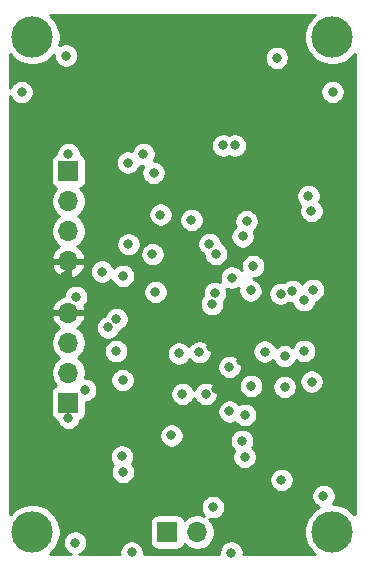
<source format=gbr>
%TF.GenerationSoftware,KiCad,Pcbnew,(5.1.9)-1*%
%TF.CreationDate,2021-03-06T18:52:22-05:00*%
%TF.ProjectId,final_design_v2,66696e61-6c5f-4646-9573-69676e5f7632,rev?*%
%TF.SameCoordinates,Original*%
%TF.FileFunction,Copper,L3,Inr*%
%TF.FilePolarity,Positive*%
%FSLAX46Y46*%
G04 Gerber Fmt 4.6, Leading zero omitted, Abs format (unit mm)*
G04 Created by KiCad (PCBNEW (5.1.9)-1) date 2021-03-06 18:52:22*
%MOMM*%
%LPD*%
G01*
G04 APERTURE LIST*
%TA.AperFunction,ComponentPad*%
%ADD10C,3.500000*%
%TD*%
%TA.AperFunction,ComponentPad*%
%ADD11R,1.700000X1.700000*%
%TD*%
%TA.AperFunction,ComponentPad*%
%ADD12O,1.700000X1.700000*%
%TD*%
%TA.AperFunction,ViaPad*%
%ADD13C,0.800000*%
%TD*%
%TA.AperFunction,Conductor*%
%ADD14C,0.254000*%
%TD*%
%TA.AperFunction,Conductor*%
%ADD15C,0.100000*%
%TD*%
G04 APERTURE END LIST*
D10*
%TO.N,GND*%
%TO.C,H4*%
X162090100Y-121564400D03*
%TD*%
%TO.N,GND*%
%TO.C,H1*%
X136690100Y-79654400D03*
%TD*%
%TO.N,GND*%
%TO.C,H2*%
X136690100Y-121564400D03*
%TD*%
%TO.N,GND*%
%TO.C,H3*%
X162090100Y-79654400D03*
%TD*%
D11*
%TO.N,GND*%
%TO.C,SWD*%
X139738100Y-91008200D03*
D12*
%TO.N,SWCLK*%
X139738100Y-93548200D03*
%TO.N,SWDIO*%
X139738100Y-96088200D03*
%TO.N,+3V3*%
X139738100Y-98628200D03*
%TD*%
%TO.N,+3V3*%
%TO.C,UART*%
X139738100Y-102997000D03*
%TO.N,UART1_TX*%
X139738100Y-105537000D03*
%TO.N,UART1_RX*%
X139738100Y-108077000D03*
D11*
%TO.N,GND*%
X139738100Y-110617000D03*
%TD*%
%TO.N,VCC*%
%TO.C,J3*%
X148120100Y-121564400D03*
D12*
%TO.N,GND*%
X150660100Y-121564400D03*
%TD*%
D13*
%TO.N,GND*%
X160444968Y-101068326D03*
X155386675Y-99063754D03*
X154826831Y-95243735D03*
X160312100Y-94386400D03*
X157377131Y-81414449D03*
X157710040Y-101394371D03*
X159695982Y-106235629D03*
X140381255Y-101659849D03*
X139738100Y-111912400D03*
X139738100Y-89560400D03*
X139536800Y-81231100D03*
X140314646Y-122470447D03*
X145096371Y-123291395D03*
X153528803Y-123316728D03*
X157772100Y-117146400D03*
X160337500Y-108839000D03*
X146850100Y-98044000D03*
X150837900Y-106349800D03*
X153377900Y-111353600D03*
X148450300Y-113385600D03*
X154665600Y-115214400D03*
X144259300Y-115163600D03*
X146951700Y-91160600D03*
X144360900Y-99872800D03*
X143776700Y-106259400D03*
%TO.N,+3V3*%
X160312100Y-98704400D03*
X156502100Y-100990400D03*
X139484967Y-99883934D03*
X140246100Y-120548400D03*
X157772100Y-121310400D03*
X146697700Y-105892600D03*
X151828500Y-105892600D03*
X146697700Y-102641400D03*
X149898100Y-112979200D03*
X143548100Y-112166400D03*
X147053300Y-86080600D03*
X143827500Y-92964000D03*
X152266376Y-109447150D03*
X158826200Y-111594900D03*
X148082000Y-110605400D03*
X154388739Y-107063057D03*
%TO.N,+3.3VA*%
X153365200Y-107594400D03*
X151879300Y-102285800D03*
X154686000Y-111658400D03*
%TO.N,OSC8_IN*%
X156357810Y-106297410D03*
%TO.N,OSC32_IN*%
X158051500Y-109270800D03*
%TO.N,OSC32_OUT*%
X158051500Y-106680000D03*
%TO.N,OSC8_OUT*%
X159680793Y-101943179D03*
%TO.N,VCC*%
X162109974Y-84298165D03*
X135779941Y-84318309D03*
X161328100Y-118516400D03*
X151968200Y-119468900D03*
%TO.N,Net-(C27-Pad2)*%
X160058100Y-93116400D03*
%TO.N,Net-(C28-Pad1)*%
X158697442Y-101144581D03*
%TO.N,Net-(D2-Pad1)*%
X155206700Y-109194600D03*
%TO.N,Net-(D3-Pad1)*%
X142582900Y-99517200D03*
%TO.N,UART1_RX*%
X143094992Y-104237508D03*
%TO.N,UART1_TX*%
X143802100Y-103530400D03*
%TO.N,I2C1_SDA*%
X149390100Y-109880400D03*
X151365100Y-109880400D03*
%TO.N,I2C2_SCL*%
X146088100Y-89560400D03*
X147104100Y-101244400D03*
%TO.N,I2C2_SDA*%
X144774079Y-90284053D03*
X144818100Y-97205800D03*
%TO.N,SPI1_CE*%
X147530100Y-94687517D03*
X152230801Y-98012451D03*
%TO.N,SPI1_SCK*%
X151676100Y-97180400D03*
X150152100Y-95148400D03*
%TO.N,ADC_BATT*%
X149085300Y-106451400D03*
X141160500Y-109524800D03*
X144335500Y-108700400D03*
%TO.N,M1_PWM*%
X152143715Y-101311666D03*
X152835097Y-88835400D03*
%TO.N,M2_PWM*%
X155168600Y-101117400D03*
%TO.N,M3_PWM*%
X153581100Y-100025200D03*
X153835100Y-88835400D03*
%TO.N,M4_PWM*%
X154495500Y-96545400D03*
%TO.N,Net-(Q3-Pad2)*%
X144360900Y-116484400D03*
%TO.N,Net-(Q4-Pad2)*%
X154444700Y-113842800D03*
%TD*%
D14*
%TO.N,+3V3*%
X160569751Y-77801850D02*
X160237550Y-78134051D01*
X159976540Y-78524679D01*
X159796754Y-78958721D01*
X159705100Y-79419498D01*
X159705100Y-79889302D01*
X159796754Y-80350079D01*
X159976540Y-80784121D01*
X160237550Y-81174749D01*
X160569751Y-81506950D01*
X160960379Y-81767960D01*
X161394421Y-81947746D01*
X161855198Y-82039400D01*
X162325002Y-82039400D01*
X162785779Y-81947746D01*
X163219821Y-81767960D01*
X163610449Y-81506950D01*
X163942650Y-81174749D01*
X163970100Y-81133667D01*
X163970101Y-120085134D01*
X163942650Y-120044051D01*
X163610449Y-119711850D01*
X163219821Y-119450840D01*
X162785779Y-119271054D01*
X162325002Y-119179400D01*
X162128811Y-119179400D01*
X162132037Y-119176174D01*
X162245305Y-119006656D01*
X162323326Y-118818298D01*
X162363100Y-118618339D01*
X162363100Y-118414461D01*
X162323326Y-118214502D01*
X162245305Y-118026144D01*
X162132037Y-117856626D01*
X161987874Y-117712463D01*
X161818356Y-117599195D01*
X161629998Y-117521174D01*
X161430039Y-117481400D01*
X161226161Y-117481400D01*
X161026202Y-117521174D01*
X160837844Y-117599195D01*
X160668326Y-117712463D01*
X160524163Y-117856626D01*
X160410895Y-118026144D01*
X160332874Y-118214502D01*
X160293100Y-118414461D01*
X160293100Y-118618339D01*
X160332874Y-118818298D01*
X160410895Y-119006656D01*
X160524163Y-119176174D01*
X160668326Y-119320337D01*
X160837844Y-119433605D01*
X160929410Y-119471533D01*
X160569751Y-119711850D01*
X160237550Y-120044051D01*
X159976540Y-120434679D01*
X159796754Y-120868721D01*
X159705100Y-121329498D01*
X159705100Y-121799302D01*
X159796754Y-122260079D01*
X159976540Y-122694121D01*
X160237550Y-123084749D01*
X160569751Y-123416950D01*
X160610833Y-123444400D01*
X154558684Y-123444400D01*
X154563803Y-123418667D01*
X154563803Y-123214789D01*
X154524029Y-123014830D01*
X154446008Y-122826472D01*
X154332740Y-122656954D01*
X154188577Y-122512791D01*
X154019059Y-122399523D01*
X153830701Y-122321502D01*
X153630742Y-122281728D01*
X153426864Y-122281728D01*
X153226905Y-122321502D01*
X153038547Y-122399523D01*
X152869029Y-122512791D01*
X152724866Y-122656954D01*
X152611598Y-122826472D01*
X152533577Y-123014830D01*
X152493803Y-123214789D01*
X152493803Y-123418667D01*
X152498922Y-123444400D01*
X146121213Y-123444400D01*
X146131371Y-123393334D01*
X146131371Y-123189456D01*
X146091597Y-122989497D01*
X146013576Y-122801139D01*
X145900308Y-122631621D01*
X145756145Y-122487458D01*
X145586627Y-122374190D01*
X145398269Y-122296169D01*
X145198310Y-122256395D01*
X144994432Y-122256395D01*
X144794473Y-122296169D01*
X144606115Y-122374190D01*
X144436597Y-122487458D01*
X144292434Y-122631621D01*
X144179166Y-122801139D01*
X144101145Y-122989497D01*
X144061371Y-123189456D01*
X144061371Y-123393334D01*
X144071529Y-123444400D01*
X140667901Y-123444400D01*
X140804902Y-123387652D01*
X140974420Y-123274384D01*
X141118583Y-123130221D01*
X141231851Y-122960703D01*
X141309872Y-122772345D01*
X141349646Y-122572386D01*
X141349646Y-122368508D01*
X141309872Y-122168549D01*
X141231851Y-121980191D01*
X141118583Y-121810673D01*
X140974420Y-121666510D01*
X140804902Y-121553242D01*
X140616544Y-121475221D01*
X140416585Y-121435447D01*
X140212707Y-121435447D01*
X140012748Y-121475221D01*
X139824390Y-121553242D01*
X139654872Y-121666510D01*
X139510709Y-121810673D01*
X139397441Y-121980191D01*
X139319420Y-122168549D01*
X139279646Y-122368508D01*
X139279646Y-122572386D01*
X139319420Y-122772345D01*
X139397441Y-122960703D01*
X139510709Y-123130221D01*
X139654872Y-123274384D01*
X139824390Y-123387652D01*
X139961391Y-123444400D01*
X138169367Y-123444400D01*
X138210449Y-123416950D01*
X138542650Y-123084749D01*
X138803660Y-122694121D01*
X138983446Y-122260079D01*
X139075100Y-121799302D01*
X139075100Y-121329498D01*
X138983446Y-120868721D01*
X138919525Y-120714400D01*
X146632028Y-120714400D01*
X146632028Y-122414400D01*
X146644288Y-122538882D01*
X146680598Y-122658580D01*
X146739563Y-122768894D01*
X146818915Y-122865585D01*
X146915606Y-122944937D01*
X147025920Y-123003902D01*
X147145618Y-123040212D01*
X147270100Y-123052472D01*
X148970100Y-123052472D01*
X149094582Y-123040212D01*
X149214280Y-123003902D01*
X149324594Y-122944937D01*
X149421285Y-122865585D01*
X149500637Y-122768894D01*
X149559602Y-122658580D01*
X149581613Y-122586020D01*
X149713468Y-122717875D01*
X149956689Y-122880390D01*
X150226942Y-122992332D01*
X150513840Y-123049400D01*
X150806360Y-123049400D01*
X151093258Y-122992332D01*
X151363511Y-122880390D01*
X151606732Y-122717875D01*
X151813575Y-122511032D01*
X151976090Y-122267811D01*
X152088032Y-121997558D01*
X152145100Y-121710660D01*
X152145100Y-121418140D01*
X152088032Y-121131242D01*
X151976090Y-120860989D01*
X151813575Y-120617768D01*
X151655429Y-120459622D01*
X151666302Y-120464126D01*
X151866261Y-120503900D01*
X152070139Y-120503900D01*
X152270098Y-120464126D01*
X152458456Y-120386105D01*
X152627974Y-120272837D01*
X152772137Y-120128674D01*
X152885405Y-119959156D01*
X152963426Y-119770798D01*
X153003200Y-119570839D01*
X153003200Y-119366961D01*
X152963426Y-119167002D01*
X152885405Y-118978644D01*
X152772137Y-118809126D01*
X152627974Y-118664963D01*
X152458456Y-118551695D01*
X152270098Y-118473674D01*
X152070139Y-118433900D01*
X151866261Y-118433900D01*
X151666302Y-118473674D01*
X151477944Y-118551695D01*
X151308426Y-118664963D01*
X151164263Y-118809126D01*
X151050995Y-118978644D01*
X150972974Y-119167002D01*
X150933200Y-119366961D01*
X150933200Y-119570839D01*
X150972974Y-119770798D01*
X151050995Y-119959156D01*
X151164263Y-120128674D01*
X151227776Y-120192187D01*
X151093258Y-120136468D01*
X150806360Y-120079400D01*
X150513840Y-120079400D01*
X150226942Y-120136468D01*
X149956689Y-120248410D01*
X149713468Y-120410925D01*
X149581613Y-120542780D01*
X149559602Y-120470220D01*
X149500637Y-120359906D01*
X149421285Y-120263215D01*
X149324594Y-120183863D01*
X149214280Y-120124898D01*
X149094582Y-120088588D01*
X148970100Y-120076328D01*
X147270100Y-120076328D01*
X147145618Y-120088588D01*
X147025920Y-120124898D01*
X146915606Y-120183863D01*
X146818915Y-120263215D01*
X146739563Y-120359906D01*
X146680598Y-120470220D01*
X146644288Y-120589918D01*
X146632028Y-120714400D01*
X138919525Y-120714400D01*
X138803660Y-120434679D01*
X138542650Y-120044051D01*
X138210449Y-119711850D01*
X137819821Y-119450840D01*
X137385779Y-119271054D01*
X136925002Y-119179400D01*
X136455198Y-119179400D01*
X135994421Y-119271054D01*
X135560379Y-119450840D01*
X135169751Y-119711850D01*
X134837550Y-120044051D01*
X134810100Y-120085133D01*
X134810100Y-115061661D01*
X143224300Y-115061661D01*
X143224300Y-115265539D01*
X143264074Y-115465498D01*
X143342095Y-115653856D01*
X143455363Y-115823374D01*
X143516769Y-115884780D01*
X143443695Y-115994144D01*
X143365674Y-116182502D01*
X143325900Y-116382461D01*
X143325900Y-116586339D01*
X143365674Y-116786298D01*
X143443695Y-116974656D01*
X143556963Y-117144174D01*
X143701126Y-117288337D01*
X143870644Y-117401605D01*
X144059002Y-117479626D01*
X144258961Y-117519400D01*
X144462839Y-117519400D01*
X144662798Y-117479626D01*
X144851156Y-117401605D01*
X145020674Y-117288337D01*
X145164837Y-117144174D01*
X145231462Y-117044461D01*
X156737100Y-117044461D01*
X156737100Y-117248339D01*
X156776874Y-117448298D01*
X156854895Y-117636656D01*
X156968163Y-117806174D01*
X157112326Y-117950337D01*
X157281844Y-118063605D01*
X157470202Y-118141626D01*
X157670161Y-118181400D01*
X157874039Y-118181400D01*
X158073998Y-118141626D01*
X158262356Y-118063605D01*
X158431874Y-117950337D01*
X158576037Y-117806174D01*
X158689305Y-117636656D01*
X158767326Y-117448298D01*
X158807100Y-117248339D01*
X158807100Y-117044461D01*
X158767326Y-116844502D01*
X158689305Y-116656144D01*
X158576037Y-116486626D01*
X158431874Y-116342463D01*
X158262356Y-116229195D01*
X158073998Y-116151174D01*
X157874039Y-116111400D01*
X157670161Y-116111400D01*
X157470202Y-116151174D01*
X157281844Y-116229195D01*
X157112326Y-116342463D01*
X156968163Y-116486626D01*
X156854895Y-116656144D01*
X156776874Y-116844502D01*
X156737100Y-117044461D01*
X145231462Y-117044461D01*
X145278105Y-116974656D01*
X145356126Y-116786298D01*
X145395900Y-116586339D01*
X145395900Y-116382461D01*
X145356126Y-116182502D01*
X145278105Y-115994144D01*
X145164837Y-115824626D01*
X145103431Y-115763220D01*
X145176505Y-115653856D01*
X145254526Y-115465498D01*
X145294300Y-115265539D01*
X145294300Y-115061661D01*
X145254526Y-114861702D01*
X145176505Y-114673344D01*
X145063237Y-114503826D01*
X144919074Y-114359663D01*
X144749556Y-114246395D01*
X144561198Y-114168374D01*
X144361239Y-114128600D01*
X144157361Y-114128600D01*
X143957402Y-114168374D01*
X143769044Y-114246395D01*
X143599526Y-114359663D01*
X143455363Y-114503826D01*
X143342095Y-114673344D01*
X143264074Y-114861702D01*
X143224300Y-115061661D01*
X134810100Y-115061661D01*
X134810100Y-113283661D01*
X147415300Y-113283661D01*
X147415300Y-113487539D01*
X147455074Y-113687498D01*
X147533095Y-113875856D01*
X147646363Y-114045374D01*
X147790526Y-114189537D01*
X147960044Y-114302805D01*
X148148402Y-114380826D01*
X148348361Y-114420600D01*
X148552239Y-114420600D01*
X148752198Y-114380826D01*
X148940556Y-114302805D01*
X149110074Y-114189537D01*
X149254237Y-114045374D01*
X149367505Y-113875856D01*
X149423422Y-113740861D01*
X153409700Y-113740861D01*
X153409700Y-113944739D01*
X153449474Y-114144698D01*
X153527495Y-114333056D01*
X153640763Y-114502574D01*
X153784926Y-114646737D01*
X153795428Y-114653754D01*
X153748395Y-114724144D01*
X153670374Y-114912502D01*
X153630600Y-115112461D01*
X153630600Y-115316339D01*
X153670374Y-115516298D01*
X153748395Y-115704656D01*
X153861663Y-115874174D01*
X154005826Y-116018337D01*
X154175344Y-116131605D01*
X154363702Y-116209626D01*
X154563661Y-116249400D01*
X154767539Y-116249400D01*
X154967498Y-116209626D01*
X155155856Y-116131605D01*
X155325374Y-116018337D01*
X155469537Y-115874174D01*
X155582805Y-115704656D01*
X155660826Y-115516298D01*
X155700600Y-115316339D01*
X155700600Y-115112461D01*
X155660826Y-114912502D01*
X155582805Y-114724144D01*
X155469537Y-114554626D01*
X155325374Y-114410463D01*
X155314872Y-114403446D01*
X155361905Y-114333056D01*
X155439926Y-114144698D01*
X155479700Y-113944739D01*
X155479700Y-113740861D01*
X155439926Y-113540902D01*
X155361905Y-113352544D01*
X155248637Y-113183026D01*
X155104474Y-113038863D01*
X154934956Y-112925595D01*
X154746598Y-112847574D01*
X154546639Y-112807800D01*
X154342761Y-112807800D01*
X154142802Y-112847574D01*
X153954444Y-112925595D01*
X153784926Y-113038863D01*
X153640763Y-113183026D01*
X153527495Y-113352544D01*
X153449474Y-113540902D01*
X153409700Y-113740861D01*
X149423422Y-113740861D01*
X149445526Y-113687498D01*
X149485300Y-113487539D01*
X149485300Y-113283661D01*
X149445526Y-113083702D01*
X149367505Y-112895344D01*
X149254237Y-112725826D01*
X149110074Y-112581663D01*
X148940556Y-112468395D01*
X148752198Y-112390374D01*
X148552239Y-112350600D01*
X148348361Y-112350600D01*
X148148402Y-112390374D01*
X147960044Y-112468395D01*
X147790526Y-112581663D01*
X147646363Y-112725826D01*
X147533095Y-112895344D01*
X147455074Y-113083702D01*
X147415300Y-113283661D01*
X134810100Y-113283661D01*
X134810100Y-109767000D01*
X138250028Y-109767000D01*
X138250028Y-111467000D01*
X138262288Y-111591482D01*
X138298598Y-111711180D01*
X138357563Y-111821494D01*
X138436915Y-111918185D01*
X138533606Y-111997537D01*
X138643920Y-112056502D01*
X138715825Y-112078314D01*
X138742874Y-112214298D01*
X138820895Y-112402656D01*
X138934163Y-112572174D01*
X139078326Y-112716337D01*
X139247844Y-112829605D01*
X139436202Y-112907626D01*
X139636161Y-112947400D01*
X139840039Y-112947400D01*
X140039998Y-112907626D01*
X140228356Y-112829605D01*
X140397874Y-112716337D01*
X140542037Y-112572174D01*
X140655305Y-112402656D01*
X140733326Y-112214298D01*
X140760375Y-112078314D01*
X140832280Y-112056502D01*
X140942594Y-111997537D01*
X141039285Y-111918185D01*
X141118637Y-111821494D01*
X141177602Y-111711180D01*
X141213912Y-111591482D01*
X141226172Y-111467000D01*
X141226172Y-111251661D01*
X152342900Y-111251661D01*
X152342900Y-111455539D01*
X152382674Y-111655498D01*
X152460695Y-111843856D01*
X152573963Y-112013374D01*
X152718126Y-112157537D01*
X152887644Y-112270805D01*
X153076002Y-112348826D01*
X153275961Y-112388600D01*
X153479839Y-112388600D01*
X153679798Y-112348826D01*
X153854259Y-112276562D01*
X153882063Y-112318174D01*
X154026226Y-112462337D01*
X154195744Y-112575605D01*
X154384102Y-112653626D01*
X154584061Y-112693400D01*
X154787939Y-112693400D01*
X154987898Y-112653626D01*
X155176256Y-112575605D01*
X155345774Y-112462337D01*
X155489937Y-112318174D01*
X155603205Y-112148656D01*
X155681226Y-111960298D01*
X155721000Y-111760339D01*
X155721000Y-111556461D01*
X155681226Y-111356502D01*
X155603205Y-111168144D01*
X155489937Y-110998626D01*
X155345774Y-110854463D01*
X155176256Y-110741195D01*
X154987898Y-110663174D01*
X154787939Y-110623400D01*
X154584061Y-110623400D01*
X154384102Y-110663174D01*
X154209641Y-110735438D01*
X154181837Y-110693826D01*
X154037674Y-110549663D01*
X153868156Y-110436395D01*
X153679798Y-110358374D01*
X153479839Y-110318600D01*
X153275961Y-110318600D01*
X153076002Y-110358374D01*
X152887644Y-110436395D01*
X152718126Y-110549663D01*
X152573963Y-110693826D01*
X152460695Y-110863344D01*
X152382674Y-111051702D01*
X152342900Y-111251661D01*
X141226172Y-111251661D01*
X141226172Y-110559800D01*
X141262439Y-110559800D01*
X141462398Y-110520026D01*
X141650756Y-110442005D01*
X141820274Y-110328737D01*
X141964437Y-110184574D01*
X142077705Y-110015056D01*
X142155726Y-109826698D01*
X142165320Y-109778461D01*
X148355100Y-109778461D01*
X148355100Y-109982339D01*
X148394874Y-110182298D01*
X148472895Y-110370656D01*
X148586163Y-110540174D01*
X148730326Y-110684337D01*
X148899844Y-110797605D01*
X149088202Y-110875626D01*
X149288161Y-110915400D01*
X149492039Y-110915400D01*
X149691998Y-110875626D01*
X149880356Y-110797605D01*
X150049874Y-110684337D01*
X150194037Y-110540174D01*
X150307305Y-110370656D01*
X150377600Y-110200950D01*
X150447895Y-110370656D01*
X150561163Y-110540174D01*
X150705326Y-110684337D01*
X150874844Y-110797605D01*
X151063202Y-110875626D01*
X151263161Y-110915400D01*
X151467039Y-110915400D01*
X151666998Y-110875626D01*
X151855356Y-110797605D01*
X152024874Y-110684337D01*
X152169037Y-110540174D01*
X152282305Y-110370656D01*
X152360326Y-110182298D01*
X152400100Y-109982339D01*
X152400100Y-109778461D01*
X152360326Y-109578502D01*
X152282305Y-109390144D01*
X152169037Y-109220626D01*
X152041072Y-109092661D01*
X154171700Y-109092661D01*
X154171700Y-109296539D01*
X154211474Y-109496498D01*
X154289495Y-109684856D01*
X154402763Y-109854374D01*
X154546926Y-109998537D01*
X154716444Y-110111805D01*
X154904802Y-110189826D01*
X155104761Y-110229600D01*
X155308639Y-110229600D01*
X155508598Y-110189826D01*
X155696956Y-110111805D01*
X155866474Y-109998537D01*
X156010637Y-109854374D01*
X156123905Y-109684856D01*
X156201926Y-109496498D01*
X156241700Y-109296539D01*
X156241700Y-109168861D01*
X157016500Y-109168861D01*
X157016500Y-109372739D01*
X157056274Y-109572698D01*
X157134295Y-109761056D01*
X157247563Y-109930574D01*
X157391726Y-110074737D01*
X157561244Y-110188005D01*
X157749602Y-110266026D01*
X157949561Y-110305800D01*
X158153439Y-110305800D01*
X158353398Y-110266026D01*
X158541756Y-110188005D01*
X158711274Y-110074737D01*
X158855437Y-109930574D01*
X158968705Y-109761056D01*
X159046726Y-109572698D01*
X159086500Y-109372739D01*
X159086500Y-109168861D01*
X159046726Y-108968902D01*
X158968705Y-108780544D01*
X158939651Y-108737061D01*
X159302500Y-108737061D01*
X159302500Y-108940939D01*
X159342274Y-109140898D01*
X159420295Y-109329256D01*
X159533563Y-109498774D01*
X159677726Y-109642937D01*
X159847244Y-109756205D01*
X160035602Y-109834226D01*
X160235561Y-109874000D01*
X160439439Y-109874000D01*
X160639398Y-109834226D01*
X160827756Y-109756205D01*
X160997274Y-109642937D01*
X161141437Y-109498774D01*
X161254705Y-109329256D01*
X161332726Y-109140898D01*
X161372500Y-108940939D01*
X161372500Y-108737061D01*
X161332726Y-108537102D01*
X161254705Y-108348744D01*
X161141437Y-108179226D01*
X160997274Y-108035063D01*
X160827756Y-107921795D01*
X160639398Y-107843774D01*
X160439439Y-107804000D01*
X160235561Y-107804000D01*
X160035602Y-107843774D01*
X159847244Y-107921795D01*
X159677726Y-108035063D01*
X159533563Y-108179226D01*
X159420295Y-108348744D01*
X159342274Y-108537102D01*
X159302500Y-108737061D01*
X158939651Y-108737061D01*
X158855437Y-108611026D01*
X158711274Y-108466863D01*
X158541756Y-108353595D01*
X158353398Y-108275574D01*
X158153439Y-108235800D01*
X157949561Y-108235800D01*
X157749602Y-108275574D01*
X157561244Y-108353595D01*
X157391726Y-108466863D01*
X157247563Y-108611026D01*
X157134295Y-108780544D01*
X157056274Y-108968902D01*
X157016500Y-109168861D01*
X156241700Y-109168861D01*
X156241700Y-109092661D01*
X156201926Y-108892702D01*
X156123905Y-108704344D01*
X156010637Y-108534826D01*
X155866474Y-108390663D01*
X155696956Y-108277395D01*
X155508598Y-108199374D01*
X155308639Y-108159600D01*
X155104761Y-108159600D01*
X154904802Y-108199374D01*
X154716444Y-108277395D01*
X154546926Y-108390663D01*
X154402763Y-108534826D01*
X154289495Y-108704344D01*
X154211474Y-108892702D01*
X154171700Y-109092661D01*
X152041072Y-109092661D01*
X152024874Y-109076463D01*
X151855356Y-108963195D01*
X151666998Y-108885174D01*
X151467039Y-108845400D01*
X151263161Y-108845400D01*
X151063202Y-108885174D01*
X150874844Y-108963195D01*
X150705326Y-109076463D01*
X150561163Y-109220626D01*
X150447895Y-109390144D01*
X150377600Y-109559850D01*
X150307305Y-109390144D01*
X150194037Y-109220626D01*
X150049874Y-109076463D01*
X149880356Y-108963195D01*
X149691998Y-108885174D01*
X149492039Y-108845400D01*
X149288161Y-108845400D01*
X149088202Y-108885174D01*
X148899844Y-108963195D01*
X148730326Y-109076463D01*
X148586163Y-109220626D01*
X148472895Y-109390144D01*
X148394874Y-109578502D01*
X148355100Y-109778461D01*
X142165320Y-109778461D01*
X142195500Y-109626739D01*
X142195500Y-109422861D01*
X142155726Y-109222902D01*
X142077705Y-109034544D01*
X141964437Y-108865026D01*
X141820274Y-108720863D01*
X141650756Y-108607595D01*
X141628705Y-108598461D01*
X143300500Y-108598461D01*
X143300500Y-108802339D01*
X143340274Y-109002298D01*
X143418295Y-109190656D01*
X143531563Y-109360174D01*
X143675726Y-109504337D01*
X143845244Y-109617605D01*
X144033602Y-109695626D01*
X144233561Y-109735400D01*
X144437439Y-109735400D01*
X144637398Y-109695626D01*
X144825756Y-109617605D01*
X144995274Y-109504337D01*
X145139437Y-109360174D01*
X145252705Y-109190656D01*
X145330726Y-109002298D01*
X145370500Y-108802339D01*
X145370500Y-108598461D01*
X145330726Y-108398502D01*
X145252705Y-108210144D01*
X145139437Y-108040626D01*
X144995274Y-107896463D01*
X144825756Y-107783195D01*
X144637398Y-107705174D01*
X144437439Y-107665400D01*
X144233561Y-107665400D01*
X144033602Y-107705174D01*
X143845244Y-107783195D01*
X143675726Y-107896463D01*
X143531563Y-108040626D01*
X143418295Y-108210144D01*
X143340274Y-108398502D01*
X143300500Y-108598461D01*
X141628705Y-108598461D01*
X141462398Y-108529574D01*
X141262439Y-108489800D01*
X141170081Y-108489800D01*
X141223100Y-108223260D01*
X141223100Y-107930740D01*
X141166032Y-107643842D01*
X141103329Y-107492461D01*
X152330200Y-107492461D01*
X152330200Y-107696339D01*
X152369974Y-107896298D01*
X152447995Y-108084656D01*
X152561263Y-108254174D01*
X152705426Y-108398337D01*
X152874944Y-108511605D01*
X153063302Y-108589626D01*
X153263261Y-108629400D01*
X153467139Y-108629400D01*
X153667098Y-108589626D01*
X153855456Y-108511605D01*
X154024974Y-108398337D01*
X154169137Y-108254174D01*
X154282405Y-108084656D01*
X154360426Y-107896298D01*
X154400200Y-107696339D01*
X154400200Y-107492461D01*
X154360426Y-107292502D01*
X154282405Y-107104144D01*
X154169137Y-106934626D01*
X154024974Y-106790463D01*
X153855456Y-106677195D01*
X153667098Y-106599174D01*
X153467139Y-106559400D01*
X153263261Y-106559400D01*
X153063302Y-106599174D01*
X152874944Y-106677195D01*
X152705426Y-106790463D01*
X152561263Y-106934626D01*
X152447995Y-107104144D01*
X152369974Y-107292502D01*
X152330200Y-107492461D01*
X141103329Y-107492461D01*
X141054090Y-107373589D01*
X140891575Y-107130368D01*
X140684732Y-106923525D01*
X140510340Y-106807000D01*
X140684732Y-106690475D01*
X140891575Y-106483632D01*
X141054090Y-106240411D01*
X141088448Y-106157461D01*
X142741700Y-106157461D01*
X142741700Y-106361339D01*
X142781474Y-106561298D01*
X142859495Y-106749656D01*
X142972763Y-106919174D01*
X143116926Y-107063337D01*
X143286444Y-107176605D01*
X143474802Y-107254626D01*
X143674761Y-107294400D01*
X143878639Y-107294400D01*
X144078598Y-107254626D01*
X144266956Y-107176605D01*
X144436474Y-107063337D01*
X144580637Y-106919174D01*
X144693905Y-106749656D01*
X144771926Y-106561298D01*
X144811700Y-106361339D01*
X144811700Y-106349461D01*
X148050300Y-106349461D01*
X148050300Y-106553339D01*
X148090074Y-106753298D01*
X148168095Y-106941656D01*
X148281363Y-107111174D01*
X148425526Y-107255337D01*
X148595044Y-107368605D01*
X148783402Y-107446626D01*
X148983361Y-107486400D01*
X149187239Y-107486400D01*
X149387198Y-107446626D01*
X149575556Y-107368605D01*
X149745074Y-107255337D01*
X149889237Y-107111174D01*
X149995543Y-106952075D01*
X150033963Y-107009574D01*
X150178126Y-107153737D01*
X150347644Y-107267005D01*
X150536002Y-107345026D01*
X150735961Y-107384800D01*
X150939839Y-107384800D01*
X151139798Y-107345026D01*
X151328156Y-107267005D01*
X151497674Y-107153737D01*
X151641837Y-107009574D01*
X151755105Y-106840056D01*
X151833126Y-106651698D01*
X151872900Y-106451739D01*
X151872900Y-106247861D01*
X151862480Y-106195471D01*
X155322810Y-106195471D01*
X155322810Y-106399349D01*
X155362584Y-106599308D01*
X155440605Y-106787666D01*
X155553873Y-106957184D01*
X155698036Y-107101347D01*
X155867554Y-107214615D01*
X156055912Y-107292636D01*
X156255871Y-107332410D01*
X156459749Y-107332410D01*
X156659708Y-107292636D01*
X156848066Y-107214615D01*
X157017584Y-107101347D01*
X157079928Y-107039003D01*
X157134295Y-107170256D01*
X157247563Y-107339774D01*
X157391726Y-107483937D01*
X157561244Y-107597205D01*
X157749602Y-107675226D01*
X157949561Y-107715000D01*
X158153439Y-107715000D01*
X158353398Y-107675226D01*
X158541756Y-107597205D01*
X158711274Y-107483937D01*
X158855437Y-107339774D01*
X158968705Y-107170256D01*
X159026755Y-107030113D01*
X159036208Y-107039566D01*
X159205726Y-107152834D01*
X159394084Y-107230855D01*
X159594043Y-107270629D01*
X159797921Y-107270629D01*
X159997880Y-107230855D01*
X160186238Y-107152834D01*
X160355756Y-107039566D01*
X160499919Y-106895403D01*
X160613187Y-106725885D01*
X160691208Y-106537527D01*
X160730982Y-106337568D01*
X160730982Y-106133690D01*
X160691208Y-105933731D01*
X160613187Y-105745373D01*
X160499919Y-105575855D01*
X160355756Y-105431692D01*
X160186238Y-105318424D01*
X159997880Y-105240403D01*
X159797921Y-105200629D01*
X159594043Y-105200629D01*
X159394084Y-105240403D01*
X159205726Y-105318424D01*
X159036208Y-105431692D01*
X158892045Y-105575855D01*
X158778777Y-105745373D01*
X158720727Y-105885516D01*
X158711274Y-105876063D01*
X158541756Y-105762795D01*
X158353398Y-105684774D01*
X158153439Y-105645000D01*
X157949561Y-105645000D01*
X157749602Y-105684774D01*
X157561244Y-105762795D01*
X157391726Y-105876063D01*
X157329382Y-105938407D01*
X157275015Y-105807154D01*
X157161747Y-105637636D01*
X157017584Y-105493473D01*
X156848066Y-105380205D01*
X156659708Y-105302184D01*
X156459749Y-105262410D01*
X156255871Y-105262410D01*
X156055912Y-105302184D01*
X155867554Y-105380205D01*
X155698036Y-105493473D01*
X155553873Y-105637636D01*
X155440605Y-105807154D01*
X155362584Y-105995512D01*
X155322810Y-106195471D01*
X151862480Y-106195471D01*
X151833126Y-106047902D01*
X151755105Y-105859544D01*
X151641837Y-105690026D01*
X151497674Y-105545863D01*
X151328156Y-105432595D01*
X151139798Y-105354574D01*
X150939839Y-105314800D01*
X150735961Y-105314800D01*
X150536002Y-105354574D01*
X150347644Y-105432595D01*
X150178126Y-105545863D01*
X150033963Y-105690026D01*
X149927657Y-105849125D01*
X149889237Y-105791626D01*
X149745074Y-105647463D01*
X149575556Y-105534195D01*
X149387198Y-105456174D01*
X149187239Y-105416400D01*
X148983361Y-105416400D01*
X148783402Y-105456174D01*
X148595044Y-105534195D01*
X148425526Y-105647463D01*
X148281363Y-105791626D01*
X148168095Y-105961144D01*
X148090074Y-106149502D01*
X148050300Y-106349461D01*
X144811700Y-106349461D01*
X144811700Y-106157461D01*
X144771926Y-105957502D01*
X144693905Y-105769144D01*
X144580637Y-105599626D01*
X144436474Y-105455463D01*
X144266956Y-105342195D01*
X144078598Y-105264174D01*
X143878639Y-105224400D01*
X143674761Y-105224400D01*
X143474802Y-105264174D01*
X143286444Y-105342195D01*
X143116926Y-105455463D01*
X142972763Y-105599626D01*
X142859495Y-105769144D01*
X142781474Y-105957502D01*
X142741700Y-106157461D01*
X141088448Y-106157461D01*
X141166032Y-105970158D01*
X141223100Y-105683260D01*
X141223100Y-105390740D01*
X141166032Y-105103842D01*
X141054090Y-104833589D01*
X140891575Y-104590368D01*
X140684732Y-104383525D01*
X140502566Y-104261805D01*
X140619455Y-104192178D01*
X140682257Y-104135569D01*
X142059992Y-104135569D01*
X142059992Y-104339447D01*
X142099766Y-104539406D01*
X142177787Y-104727764D01*
X142291055Y-104897282D01*
X142435218Y-105041445D01*
X142604736Y-105154713D01*
X142793094Y-105232734D01*
X142993053Y-105272508D01*
X143196931Y-105272508D01*
X143396890Y-105232734D01*
X143585248Y-105154713D01*
X143754766Y-105041445D01*
X143898929Y-104897282D01*
X144012197Y-104727764D01*
X144090218Y-104539406D01*
X144092504Y-104527912D01*
X144103998Y-104525626D01*
X144292356Y-104447605D01*
X144461874Y-104334337D01*
X144606037Y-104190174D01*
X144719305Y-104020656D01*
X144797326Y-103832298D01*
X144837100Y-103632339D01*
X144837100Y-103428461D01*
X144797326Y-103228502D01*
X144719305Y-103040144D01*
X144606037Y-102870626D01*
X144461874Y-102726463D01*
X144292356Y-102613195D01*
X144103998Y-102535174D01*
X143904039Y-102495400D01*
X143700161Y-102495400D01*
X143500202Y-102535174D01*
X143311844Y-102613195D01*
X143142326Y-102726463D01*
X142998163Y-102870626D01*
X142884895Y-103040144D01*
X142806874Y-103228502D01*
X142804588Y-103239996D01*
X142793094Y-103242282D01*
X142604736Y-103320303D01*
X142435218Y-103433571D01*
X142291055Y-103577734D01*
X142177787Y-103747252D01*
X142099766Y-103935610D01*
X142059992Y-104135569D01*
X140682257Y-104135569D01*
X140835688Y-103997269D01*
X141009741Y-103763920D01*
X141134925Y-103501099D01*
X141179576Y-103353890D01*
X141058255Y-103124000D01*
X139865100Y-103124000D01*
X139865100Y-103144000D01*
X139611100Y-103144000D01*
X139611100Y-103124000D01*
X138417945Y-103124000D01*
X138296624Y-103353890D01*
X138341275Y-103501099D01*
X138466459Y-103763920D01*
X138640512Y-103997269D01*
X138856745Y-104192178D01*
X138973634Y-104261805D01*
X138791468Y-104383525D01*
X138584625Y-104590368D01*
X138422110Y-104833589D01*
X138310168Y-105103842D01*
X138253100Y-105390740D01*
X138253100Y-105683260D01*
X138310168Y-105970158D01*
X138422110Y-106240411D01*
X138584625Y-106483632D01*
X138791468Y-106690475D01*
X138965860Y-106807000D01*
X138791468Y-106923525D01*
X138584625Y-107130368D01*
X138422110Y-107373589D01*
X138310168Y-107643842D01*
X138253100Y-107930740D01*
X138253100Y-108223260D01*
X138310168Y-108510158D01*
X138422110Y-108780411D01*
X138584625Y-109023632D01*
X138716480Y-109155487D01*
X138643920Y-109177498D01*
X138533606Y-109236463D01*
X138436915Y-109315815D01*
X138357563Y-109412506D01*
X138298598Y-109522820D01*
X138262288Y-109642518D01*
X138250028Y-109767000D01*
X134810100Y-109767000D01*
X134810100Y-102640110D01*
X138296624Y-102640110D01*
X138417945Y-102870000D01*
X139611100Y-102870000D01*
X139611100Y-102850000D01*
X139865100Y-102850000D01*
X139865100Y-102870000D01*
X141058255Y-102870000D01*
X141179576Y-102640110D01*
X141134925Y-102492901D01*
X141095237Y-102409578D01*
X141185192Y-102319623D01*
X141298460Y-102150105D01*
X141376481Y-101961747D01*
X141416255Y-101761788D01*
X141416255Y-101557910D01*
X141376481Y-101357951D01*
X141298460Y-101169593D01*
X141280332Y-101142461D01*
X146069100Y-101142461D01*
X146069100Y-101346339D01*
X146108874Y-101546298D01*
X146186895Y-101734656D01*
X146300163Y-101904174D01*
X146444326Y-102048337D01*
X146613844Y-102161605D01*
X146802202Y-102239626D01*
X147002161Y-102279400D01*
X147206039Y-102279400D01*
X147405998Y-102239626D01*
X147540625Y-102183861D01*
X150844300Y-102183861D01*
X150844300Y-102387739D01*
X150884074Y-102587698D01*
X150962095Y-102776056D01*
X151075363Y-102945574D01*
X151219526Y-103089737D01*
X151389044Y-103203005D01*
X151577402Y-103281026D01*
X151777361Y-103320800D01*
X151981239Y-103320800D01*
X152181198Y-103281026D01*
X152369556Y-103203005D01*
X152539074Y-103089737D01*
X152683237Y-102945574D01*
X152796505Y-102776056D01*
X152874526Y-102587698D01*
X152914300Y-102387739D01*
X152914300Y-102183861D01*
X152884591Y-102034501D01*
X152947652Y-101971440D01*
X153060920Y-101801922D01*
X153138941Y-101613564D01*
X153178715Y-101413605D01*
X153178715Y-101209727D01*
X153138941Y-101009768D01*
X153115221Y-100952502D01*
X153279202Y-101020426D01*
X153479161Y-101060200D01*
X153683039Y-101060200D01*
X153882998Y-101020426D01*
X154071356Y-100942405D01*
X154159900Y-100883242D01*
X154133600Y-101015461D01*
X154133600Y-101219339D01*
X154173374Y-101419298D01*
X154251395Y-101607656D01*
X154364663Y-101777174D01*
X154508826Y-101921337D01*
X154678344Y-102034605D01*
X154866702Y-102112626D01*
X155066661Y-102152400D01*
X155270539Y-102152400D01*
X155470498Y-102112626D01*
X155658856Y-102034605D01*
X155828374Y-101921337D01*
X155972537Y-101777174D01*
X156085805Y-101607656D01*
X156163826Y-101419298D01*
X156189061Y-101292432D01*
X156675040Y-101292432D01*
X156675040Y-101496310D01*
X156714814Y-101696269D01*
X156792835Y-101884627D01*
X156906103Y-102054145D01*
X157050266Y-102198308D01*
X157219784Y-102311576D01*
X157408142Y-102389597D01*
X157608101Y-102429371D01*
X157811979Y-102429371D01*
X158011938Y-102389597D01*
X158200296Y-102311576D01*
X158369814Y-102198308D01*
X158422878Y-102145244D01*
X158595503Y-102179581D01*
X158672539Y-102179581D01*
X158685567Y-102245077D01*
X158763588Y-102433435D01*
X158876856Y-102602953D01*
X159021019Y-102747116D01*
X159190537Y-102860384D01*
X159378895Y-102938405D01*
X159578854Y-102978179D01*
X159782732Y-102978179D01*
X159982691Y-102938405D01*
X160171049Y-102860384D01*
X160340567Y-102747116D01*
X160484730Y-102602953D01*
X160597998Y-102433435D01*
X160676019Y-102245077D01*
X160710695Y-102070747D01*
X160746866Y-102063552D01*
X160935224Y-101985531D01*
X161104742Y-101872263D01*
X161248905Y-101728100D01*
X161362173Y-101558582D01*
X161440194Y-101370224D01*
X161479968Y-101170265D01*
X161479968Y-100966387D01*
X161440194Y-100766428D01*
X161362173Y-100578070D01*
X161248905Y-100408552D01*
X161104742Y-100264389D01*
X160935224Y-100151121D01*
X160746866Y-100073100D01*
X160546907Y-100033326D01*
X160343029Y-100033326D01*
X160143070Y-100073100D01*
X159954712Y-100151121D01*
X159785194Y-100264389D01*
X159641031Y-100408552D01*
X159545729Y-100551182D01*
X159501379Y-100484807D01*
X159357216Y-100340644D01*
X159187698Y-100227376D01*
X158999340Y-100149355D01*
X158799381Y-100109581D01*
X158595503Y-100109581D01*
X158395544Y-100149355D01*
X158207186Y-100227376D01*
X158037668Y-100340644D01*
X157984604Y-100393708D01*
X157811979Y-100359371D01*
X157608101Y-100359371D01*
X157408142Y-100399145D01*
X157219784Y-100477166D01*
X157050266Y-100590434D01*
X156906103Y-100734597D01*
X156792835Y-100904115D01*
X156714814Y-101092473D01*
X156675040Y-101292432D01*
X156189061Y-101292432D01*
X156203600Y-101219339D01*
X156203600Y-101015461D01*
X156163826Y-100815502D01*
X156085805Y-100627144D01*
X155972537Y-100457626D01*
X155828374Y-100313463D01*
X155658856Y-100200195D01*
X155470498Y-100122174D01*
X155352757Y-100098754D01*
X155488614Y-100098754D01*
X155688573Y-100058980D01*
X155876931Y-99980959D01*
X156046449Y-99867691D01*
X156190612Y-99723528D01*
X156303880Y-99554010D01*
X156381901Y-99365652D01*
X156421675Y-99165693D01*
X156421675Y-98961815D01*
X156381901Y-98761856D01*
X156303880Y-98573498D01*
X156190612Y-98403980D01*
X156046449Y-98259817D01*
X155876931Y-98146549D01*
X155688573Y-98068528D01*
X155488614Y-98028754D01*
X155284736Y-98028754D01*
X155084777Y-98068528D01*
X154896419Y-98146549D01*
X154726901Y-98259817D01*
X154582738Y-98403980D01*
X154469470Y-98573498D01*
X154391449Y-98761856D01*
X154351675Y-98961815D01*
X154351675Y-99165693D01*
X154391449Y-99365652D01*
X154401661Y-99390305D01*
X154385037Y-99365426D01*
X154240874Y-99221263D01*
X154071356Y-99107995D01*
X153882998Y-99029974D01*
X153683039Y-98990200D01*
X153479161Y-98990200D01*
X153279202Y-99029974D01*
X153090844Y-99107995D01*
X152921326Y-99221263D01*
X152777163Y-99365426D01*
X152663895Y-99534944D01*
X152585874Y-99723302D01*
X152546100Y-99923261D01*
X152546100Y-100127139D01*
X152585874Y-100327098D01*
X152609594Y-100384364D01*
X152445613Y-100316440D01*
X152245654Y-100276666D01*
X152041776Y-100276666D01*
X151841817Y-100316440D01*
X151653459Y-100394461D01*
X151483941Y-100507729D01*
X151339778Y-100651892D01*
X151226510Y-100821410D01*
X151148489Y-101009768D01*
X151108715Y-101209727D01*
X151108715Y-101413605D01*
X151138424Y-101562965D01*
X151075363Y-101626026D01*
X150962095Y-101795544D01*
X150884074Y-101983902D01*
X150844300Y-102183861D01*
X147540625Y-102183861D01*
X147594356Y-102161605D01*
X147763874Y-102048337D01*
X147908037Y-101904174D01*
X148021305Y-101734656D01*
X148099326Y-101546298D01*
X148139100Y-101346339D01*
X148139100Y-101142461D01*
X148099326Y-100942502D01*
X148021305Y-100754144D01*
X147908037Y-100584626D01*
X147763874Y-100440463D01*
X147594356Y-100327195D01*
X147405998Y-100249174D01*
X147206039Y-100209400D01*
X147002161Y-100209400D01*
X146802202Y-100249174D01*
X146613844Y-100327195D01*
X146444326Y-100440463D01*
X146300163Y-100584626D01*
X146186895Y-100754144D01*
X146108874Y-100942502D01*
X146069100Y-101142461D01*
X141280332Y-101142461D01*
X141185192Y-101000075D01*
X141041029Y-100855912D01*
X140871511Y-100742644D01*
X140683153Y-100664623D01*
X140483194Y-100624849D01*
X140279316Y-100624849D01*
X140079357Y-100664623D01*
X139890999Y-100742644D01*
X139721481Y-100855912D01*
X139577318Y-101000075D01*
X139464050Y-101169593D01*
X139386029Y-101357951D01*
X139346255Y-101557910D01*
X139346255Y-101567918D01*
X139106848Y-101652843D01*
X138856745Y-101801822D01*
X138640512Y-101996731D01*
X138466459Y-102230080D01*
X138341275Y-102492901D01*
X138296624Y-102640110D01*
X134810100Y-102640110D01*
X134810100Y-98985090D01*
X138296624Y-98985090D01*
X138341275Y-99132299D01*
X138466459Y-99395120D01*
X138640512Y-99628469D01*
X138856745Y-99823378D01*
X139106848Y-99972357D01*
X139381209Y-100069681D01*
X139611100Y-99949014D01*
X139611100Y-98755200D01*
X139865100Y-98755200D01*
X139865100Y-99949014D01*
X140094991Y-100069681D01*
X140369352Y-99972357D01*
X140619455Y-99823378D01*
X140835688Y-99628469D01*
X140994718Y-99415261D01*
X141547900Y-99415261D01*
X141547900Y-99619139D01*
X141587674Y-99819098D01*
X141665695Y-100007456D01*
X141778963Y-100176974D01*
X141923126Y-100321137D01*
X142092644Y-100434405D01*
X142281002Y-100512426D01*
X142480961Y-100552200D01*
X142684839Y-100552200D01*
X142884798Y-100512426D01*
X143073156Y-100434405D01*
X143242674Y-100321137D01*
X143372539Y-100191272D01*
X143443695Y-100363056D01*
X143556963Y-100532574D01*
X143701126Y-100676737D01*
X143870644Y-100790005D01*
X144059002Y-100868026D01*
X144258961Y-100907800D01*
X144462839Y-100907800D01*
X144662798Y-100868026D01*
X144851156Y-100790005D01*
X145020674Y-100676737D01*
X145164837Y-100532574D01*
X145278105Y-100363056D01*
X145356126Y-100174698D01*
X145395900Y-99974739D01*
X145395900Y-99770861D01*
X145356126Y-99570902D01*
X145278105Y-99382544D01*
X145164837Y-99213026D01*
X145020674Y-99068863D01*
X144851156Y-98955595D01*
X144662798Y-98877574D01*
X144462839Y-98837800D01*
X144258961Y-98837800D01*
X144059002Y-98877574D01*
X143870644Y-98955595D01*
X143701126Y-99068863D01*
X143571261Y-99198728D01*
X143500105Y-99026944D01*
X143386837Y-98857426D01*
X143242674Y-98713263D01*
X143073156Y-98599995D01*
X142884798Y-98521974D01*
X142684839Y-98482200D01*
X142480961Y-98482200D01*
X142281002Y-98521974D01*
X142092644Y-98599995D01*
X141923126Y-98713263D01*
X141778963Y-98857426D01*
X141665695Y-99026944D01*
X141587674Y-99215302D01*
X141547900Y-99415261D01*
X140994718Y-99415261D01*
X141009741Y-99395120D01*
X141134925Y-99132299D01*
X141179576Y-98985090D01*
X141058255Y-98755200D01*
X139865100Y-98755200D01*
X139611100Y-98755200D01*
X138417945Y-98755200D01*
X138296624Y-98985090D01*
X134810100Y-98985090D01*
X134810100Y-90158200D01*
X138250028Y-90158200D01*
X138250028Y-91858200D01*
X138262288Y-91982682D01*
X138298598Y-92102380D01*
X138357563Y-92212694D01*
X138436915Y-92309385D01*
X138533606Y-92388737D01*
X138643920Y-92447702D01*
X138716480Y-92469713D01*
X138584625Y-92601568D01*
X138422110Y-92844789D01*
X138310168Y-93115042D01*
X138253100Y-93401940D01*
X138253100Y-93694460D01*
X138310168Y-93981358D01*
X138422110Y-94251611D01*
X138584625Y-94494832D01*
X138791468Y-94701675D01*
X138965860Y-94818200D01*
X138791468Y-94934725D01*
X138584625Y-95141568D01*
X138422110Y-95384789D01*
X138310168Y-95655042D01*
X138253100Y-95941940D01*
X138253100Y-96234460D01*
X138310168Y-96521358D01*
X138422110Y-96791611D01*
X138584625Y-97034832D01*
X138791468Y-97241675D01*
X138973634Y-97363395D01*
X138856745Y-97433022D01*
X138640512Y-97627931D01*
X138466459Y-97861280D01*
X138341275Y-98124101D01*
X138296624Y-98271310D01*
X138417945Y-98501200D01*
X139611100Y-98501200D01*
X139611100Y-98481200D01*
X139865100Y-98481200D01*
X139865100Y-98501200D01*
X141058255Y-98501200D01*
X141179576Y-98271310D01*
X141134925Y-98124101D01*
X141009741Y-97861280D01*
X140835688Y-97627931D01*
X140619455Y-97433022D01*
X140502566Y-97363395D01*
X140684732Y-97241675D01*
X140822546Y-97103861D01*
X143783100Y-97103861D01*
X143783100Y-97307739D01*
X143822874Y-97507698D01*
X143900895Y-97696056D01*
X144014163Y-97865574D01*
X144158326Y-98009737D01*
X144327844Y-98123005D01*
X144516202Y-98201026D01*
X144716161Y-98240800D01*
X144920039Y-98240800D01*
X145119998Y-98201026D01*
X145308356Y-98123005D01*
X145477874Y-98009737D01*
X145545550Y-97942061D01*
X145815100Y-97942061D01*
X145815100Y-98145939D01*
X145854874Y-98345898D01*
X145932895Y-98534256D01*
X146046163Y-98703774D01*
X146190326Y-98847937D01*
X146359844Y-98961205D01*
X146548202Y-99039226D01*
X146748161Y-99079000D01*
X146952039Y-99079000D01*
X147151998Y-99039226D01*
X147340356Y-98961205D01*
X147509874Y-98847937D01*
X147654037Y-98703774D01*
X147767305Y-98534256D01*
X147845326Y-98345898D01*
X147885100Y-98145939D01*
X147885100Y-97942061D01*
X147845326Y-97742102D01*
X147767305Y-97553744D01*
X147654037Y-97384226D01*
X147509874Y-97240063D01*
X147340356Y-97126795D01*
X147223669Y-97078461D01*
X150641100Y-97078461D01*
X150641100Y-97282339D01*
X150680874Y-97482298D01*
X150758895Y-97670656D01*
X150872163Y-97840174D01*
X151016326Y-97984337D01*
X151185844Y-98097605D01*
X151195801Y-98101729D01*
X151195801Y-98114390D01*
X151235575Y-98314349D01*
X151313596Y-98502707D01*
X151426864Y-98672225D01*
X151571027Y-98816388D01*
X151740545Y-98929656D01*
X151928903Y-99007677D01*
X152128862Y-99047451D01*
X152332740Y-99047451D01*
X152532699Y-99007677D01*
X152721057Y-98929656D01*
X152890575Y-98816388D01*
X153034738Y-98672225D01*
X153148006Y-98502707D01*
X153226027Y-98314349D01*
X153265801Y-98114390D01*
X153265801Y-97910512D01*
X153226027Y-97710553D01*
X153148006Y-97522195D01*
X153034738Y-97352677D01*
X152890575Y-97208514D01*
X152721057Y-97095246D01*
X152711100Y-97091122D01*
X152711100Y-97078461D01*
X152671326Y-96878502D01*
X152593305Y-96690144D01*
X152480037Y-96520626D01*
X152402872Y-96443461D01*
X153460500Y-96443461D01*
X153460500Y-96647339D01*
X153500274Y-96847298D01*
X153578295Y-97035656D01*
X153691563Y-97205174D01*
X153835726Y-97349337D01*
X154005244Y-97462605D01*
X154193602Y-97540626D01*
X154393561Y-97580400D01*
X154597439Y-97580400D01*
X154797398Y-97540626D01*
X154985756Y-97462605D01*
X155155274Y-97349337D01*
X155299437Y-97205174D01*
X155412705Y-97035656D01*
X155490726Y-96847298D01*
X155530500Y-96647339D01*
X155530500Y-96443461D01*
X155490726Y-96243502D01*
X155426300Y-96087966D01*
X155486605Y-96047672D01*
X155630768Y-95903509D01*
X155744036Y-95733991D01*
X155822057Y-95545633D01*
X155861831Y-95345674D01*
X155861831Y-95141796D01*
X155822057Y-94941837D01*
X155744036Y-94753479D01*
X155630768Y-94583961D01*
X155486605Y-94439798D01*
X155317087Y-94326530D01*
X155128729Y-94248509D01*
X154928770Y-94208735D01*
X154724892Y-94208735D01*
X154524933Y-94248509D01*
X154336575Y-94326530D01*
X154167057Y-94439798D01*
X154022894Y-94583961D01*
X153909626Y-94753479D01*
X153831605Y-94941837D01*
X153791831Y-95141796D01*
X153791831Y-95345674D01*
X153831605Y-95545633D01*
X153896031Y-95701169D01*
X153835726Y-95741463D01*
X153691563Y-95885626D01*
X153578295Y-96055144D01*
X153500274Y-96243502D01*
X153460500Y-96443461D01*
X152402872Y-96443461D01*
X152335874Y-96376463D01*
X152166356Y-96263195D01*
X151977998Y-96185174D01*
X151778039Y-96145400D01*
X151574161Y-96145400D01*
X151374202Y-96185174D01*
X151185844Y-96263195D01*
X151016326Y-96376463D01*
X150872163Y-96520626D01*
X150758895Y-96690144D01*
X150680874Y-96878502D01*
X150641100Y-97078461D01*
X147223669Y-97078461D01*
X147151998Y-97048774D01*
X146952039Y-97009000D01*
X146748161Y-97009000D01*
X146548202Y-97048774D01*
X146359844Y-97126795D01*
X146190326Y-97240063D01*
X146046163Y-97384226D01*
X145932895Y-97553744D01*
X145854874Y-97742102D01*
X145815100Y-97942061D01*
X145545550Y-97942061D01*
X145622037Y-97865574D01*
X145735305Y-97696056D01*
X145813326Y-97507698D01*
X145853100Y-97307739D01*
X145853100Y-97103861D01*
X145813326Y-96903902D01*
X145735305Y-96715544D01*
X145622037Y-96546026D01*
X145477874Y-96401863D01*
X145308356Y-96288595D01*
X145119998Y-96210574D01*
X144920039Y-96170800D01*
X144716161Y-96170800D01*
X144516202Y-96210574D01*
X144327844Y-96288595D01*
X144158326Y-96401863D01*
X144014163Y-96546026D01*
X143900895Y-96715544D01*
X143822874Y-96903902D01*
X143783100Y-97103861D01*
X140822546Y-97103861D01*
X140891575Y-97034832D01*
X141054090Y-96791611D01*
X141166032Y-96521358D01*
X141223100Y-96234460D01*
X141223100Y-95941940D01*
X141166032Y-95655042D01*
X141054090Y-95384789D01*
X140891575Y-95141568D01*
X140684732Y-94934725D01*
X140510340Y-94818200D01*
X140684732Y-94701675D01*
X140800829Y-94585578D01*
X146495100Y-94585578D01*
X146495100Y-94789456D01*
X146534874Y-94989415D01*
X146612895Y-95177773D01*
X146726163Y-95347291D01*
X146870326Y-95491454D01*
X147039844Y-95604722D01*
X147228202Y-95682743D01*
X147428161Y-95722517D01*
X147632039Y-95722517D01*
X147831998Y-95682743D01*
X148020356Y-95604722D01*
X148189874Y-95491454D01*
X148334037Y-95347291D01*
X148447305Y-95177773D01*
X148501696Y-95046461D01*
X149117100Y-95046461D01*
X149117100Y-95250339D01*
X149156874Y-95450298D01*
X149234895Y-95638656D01*
X149348163Y-95808174D01*
X149492326Y-95952337D01*
X149661844Y-96065605D01*
X149850202Y-96143626D01*
X150050161Y-96183400D01*
X150254039Y-96183400D01*
X150453998Y-96143626D01*
X150642356Y-96065605D01*
X150811874Y-95952337D01*
X150956037Y-95808174D01*
X151069305Y-95638656D01*
X151147326Y-95450298D01*
X151187100Y-95250339D01*
X151187100Y-95046461D01*
X151147326Y-94846502D01*
X151069305Y-94658144D01*
X150956037Y-94488626D01*
X150811874Y-94344463D01*
X150642356Y-94231195D01*
X150453998Y-94153174D01*
X150254039Y-94113400D01*
X150050161Y-94113400D01*
X149850202Y-94153174D01*
X149661844Y-94231195D01*
X149492326Y-94344463D01*
X149348163Y-94488626D01*
X149234895Y-94658144D01*
X149156874Y-94846502D01*
X149117100Y-95046461D01*
X148501696Y-95046461D01*
X148525326Y-94989415D01*
X148565100Y-94789456D01*
X148565100Y-94585578D01*
X148525326Y-94385619D01*
X148447305Y-94197261D01*
X148334037Y-94027743D01*
X148189874Y-93883580D01*
X148020356Y-93770312D01*
X147831998Y-93692291D01*
X147632039Y-93652517D01*
X147428161Y-93652517D01*
X147228202Y-93692291D01*
X147039844Y-93770312D01*
X146870326Y-93883580D01*
X146726163Y-94027743D01*
X146612895Y-94197261D01*
X146534874Y-94385619D01*
X146495100Y-94585578D01*
X140800829Y-94585578D01*
X140891575Y-94494832D01*
X141054090Y-94251611D01*
X141166032Y-93981358D01*
X141223100Y-93694460D01*
X141223100Y-93401940D01*
X141166032Y-93115042D01*
X141124371Y-93014461D01*
X159023100Y-93014461D01*
X159023100Y-93218339D01*
X159062874Y-93418298D01*
X159140895Y-93606656D01*
X159254163Y-93776174D01*
X159388814Y-93910825D01*
X159316874Y-94084502D01*
X159277100Y-94284461D01*
X159277100Y-94488339D01*
X159316874Y-94688298D01*
X159394895Y-94876656D01*
X159508163Y-95046174D01*
X159652326Y-95190337D01*
X159821844Y-95303605D01*
X160010202Y-95381626D01*
X160210161Y-95421400D01*
X160414039Y-95421400D01*
X160613998Y-95381626D01*
X160802356Y-95303605D01*
X160971874Y-95190337D01*
X161116037Y-95046174D01*
X161229305Y-94876656D01*
X161307326Y-94688298D01*
X161347100Y-94488339D01*
X161347100Y-94284461D01*
X161307326Y-94084502D01*
X161229305Y-93896144D01*
X161116037Y-93726626D01*
X160981386Y-93591975D01*
X161053326Y-93418298D01*
X161093100Y-93218339D01*
X161093100Y-93014461D01*
X161053326Y-92814502D01*
X160975305Y-92626144D01*
X160862037Y-92456626D01*
X160717874Y-92312463D01*
X160548356Y-92199195D01*
X160359998Y-92121174D01*
X160160039Y-92081400D01*
X159956161Y-92081400D01*
X159756202Y-92121174D01*
X159567844Y-92199195D01*
X159398326Y-92312463D01*
X159254163Y-92456626D01*
X159140895Y-92626144D01*
X159062874Y-92814502D01*
X159023100Y-93014461D01*
X141124371Y-93014461D01*
X141054090Y-92844789D01*
X140891575Y-92601568D01*
X140759720Y-92469713D01*
X140832280Y-92447702D01*
X140942594Y-92388737D01*
X141039285Y-92309385D01*
X141118637Y-92212694D01*
X141177602Y-92102380D01*
X141213912Y-91982682D01*
X141226172Y-91858200D01*
X141226172Y-90182114D01*
X143739079Y-90182114D01*
X143739079Y-90385992D01*
X143778853Y-90585951D01*
X143856874Y-90774309D01*
X143970142Y-90943827D01*
X144114305Y-91087990D01*
X144283823Y-91201258D01*
X144472181Y-91279279D01*
X144672140Y-91319053D01*
X144876018Y-91319053D01*
X145075977Y-91279279D01*
X145264335Y-91201258D01*
X145433853Y-91087990D01*
X145578016Y-90943827D01*
X145691284Y-90774309D01*
X145769305Y-90585951D01*
X145776164Y-90551468D01*
X145786202Y-90555626D01*
X145986161Y-90595400D01*
X146084571Y-90595400D01*
X146034495Y-90670344D01*
X145956474Y-90858702D01*
X145916700Y-91058661D01*
X145916700Y-91262539D01*
X145956474Y-91462498D01*
X146034495Y-91650856D01*
X146147763Y-91820374D01*
X146291926Y-91964537D01*
X146461444Y-92077805D01*
X146649802Y-92155826D01*
X146849761Y-92195600D01*
X147053639Y-92195600D01*
X147253598Y-92155826D01*
X147441956Y-92077805D01*
X147611474Y-91964537D01*
X147755637Y-91820374D01*
X147868905Y-91650856D01*
X147946926Y-91462498D01*
X147986700Y-91262539D01*
X147986700Y-91058661D01*
X147946926Y-90858702D01*
X147868905Y-90670344D01*
X147755637Y-90500826D01*
X147611474Y-90356663D01*
X147441956Y-90243395D01*
X147253598Y-90165374D01*
X147053639Y-90125600D01*
X146955229Y-90125600D01*
X147005305Y-90050656D01*
X147083326Y-89862298D01*
X147123100Y-89662339D01*
X147123100Y-89458461D01*
X147083326Y-89258502D01*
X147005305Y-89070144D01*
X146892037Y-88900626D01*
X146747874Y-88756463D01*
X146713449Y-88733461D01*
X151800097Y-88733461D01*
X151800097Y-88937339D01*
X151839871Y-89137298D01*
X151917892Y-89325656D01*
X152031160Y-89495174D01*
X152175323Y-89639337D01*
X152344841Y-89752605D01*
X152533199Y-89830626D01*
X152733158Y-89870400D01*
X152937036Y-89870400D01*
X153136995Y-89830626D01*
X153325353Y-89752605D01*
X153335099Y-89746093D01*
X153344844Y-89752605D01*
X153533202Y-89830626D01*
X153733161Y-89870400D01*
X153937039Y-89870400D01*
X154136998Y-89830626D01*
X154325356Y-89752605D01*
X154494874Y-89639337D01*
X154639037Y-89495174D01*
X154752305Y-89325656D01*
X154830326Y-89137298D01*
X154870100Y-88937339D01*
X154870100Y-88733461D01*
X154830326Y-88533502D01*
X154752305Y-88345144D01*
X154639037Y-88175626D01*
X154494874Y-88031463D01*
X154325356Y-87918195D01*
X154136998Y-87840174D01*
X153937039Y-87800400D01*
X153733161Y-87800400D01*
X153533202Y-87840174D01*
X153344844Y-87918195D01*
X153335099Y-87924707D01*
X153325353Y-87918195D01*
X153136995Y-87840174D01*
X152937036Y-87800400D01*
X152733158Y-87800400D01*
X152533199Y-87840174D01*
X152344841Y-87918195D01*
X152175323Y-88031463D01*
X152031160Y-88175626D01*
X151917892Y-88345144D01*
X151839871Y-88533502D01*
X151800097Y-88733461D01*
X146713449Y-88733461D01*
X146578356Y-88643195D01*
X146389998Y-88565174D01*
X146190039Y-88525400D01*
X145986161Y-88525400D01*
X145786202Y-88565174D01*
X145597844Y-88643195D01*
X145428326Y-88756463D01*
X145284163Y-88900626D01*
X145170895Y-89070144D01*
X145092874Y-89258502D01*
X145086015Y-89292985D01*
X145075977Y-89288827D01*
X144876018Y-89249053D01*
X144672140Y-89249053D01*
X144472181Y-89288827D01*
X144283823Y-89366848D01*
X144114305Y-89480116D01*
X143970142Y-89624279D01*
X143856874Y-89793797D01*
X143778853Y-89982155D01*
X143739079Y-90182114D01*
X141226172Y-90182114D01*
X141226172Y-90158200D01*
X141213912Y-90033718D01*
X141177602Y-89914020D01*
X141118637Y-89803706D01*
X141039285Y-89707015D01*
X140942594Y-89627663D01*
X140832280Y-89568698D01*
X140773100Y-89550746D01*
X140773100Y-89458461D01*
X140733326Y-89258502D01*
X140655305Y-89070144D01*
X140542037Y-88900626D01*
X140397874Y-88756463D01*
X140228356Y-88643195D01*
X140039998Y-88565174D01*
X139840039Y-88525400D01*
X139636161Y-88525400D01*
X139436202Y-88565174D01*
X139247844Y-88643195D01*
X139078326Y-88756463D01*
X138934163Y-88900626D01*
X138820895Y-89070144D01*
X138742874Y-89258502D01*
X138703100Y-89458461D01*
X138703100Y-89550746D01*
X138643920Y-89568698D01*
X138533606Y-89627663D01*
X138436915Y-89707015D01*
X138357563Y-89803706D01*
X138298598Y-89914020D01*
X138262288Y-90033718D01*
X138250028Y-90158200D01*
X134810100Y-90158200D01*
X134810100Y-84681491D01*
X134862736Y-84808565D01*
X134976004Y-84978083D01*
X135120167Y-85122246D01*
X135289685Y-85235514D01*
X135478043Y-85313535D01*
X135678002Y-85353309D01*
X135881880Y-85353309D01*
X136081839Y-85313535D01*
X136270197Y-85235514D01*
X136439715Y-85122246D01*
X136583878Y-84978083D01*
X136697146Y-84808565D01*
X136775167Y-84620207D01*
X136814941Y-84420248D01*
X136814941Y-84216370D01*
X136810935Y-84196226D01*
X161074974Y-84196226D01*
X161074974Y-84400104D01*
X161114748Y-84600063D01*
X161192769Y-84788421D01*
X161306037Y-84957939D01*
X161450200Y-85102102D01*
X161619718Y-85215370D01*
X161808076Y-85293391D01*
X162008035Y-85333165D01*
X162211913Y-85333165D01*
X162411872Y-85293391D01*
X162600230Y-85215370D01*
X162769748Y-85102102D01*
X162913911Y-84957939D01*
X163027179Y-84788421D01*
X163105200Y-84600063D01*
X163144974Y-84400104D01*
X163144974Y-84196226D01*
X163105200Y-83996267D01*
X163027179Y-83807909D01*
X162913911Y-83638391D01*
X162769748Y-83494228D01*
X162600230Y-83380960D01*
X162411872Y-83302939D01*
X162211913Y-83263165D01*
X162008035Y-83263165D01*
X161808076Y-83302939D01*
X161619718Y-83380960D01*
X161450200Y-83494228D01*
X161306037Y-83638391D01*
X161192769Y-83807909D01*
X161114748Y-83996267D01*
X161074974Y-84196226D01*
X136810935Y-84196226D01*
X136775167Y-84016411D01*
X136697146Y-83828053D01*
X136583878Y-83658535D01*
X136439715Y-83514372D01*
X136270197Y-83401104D01*
X136081839Y-83323083D01*
X135881880Y-83283309D01*
X135678002Y-83283309D01*
X135478043Y-83323083D01*
X135289685Y-83401104D01*
X135120167Y-83514372D01*
X134976004Y-83658535D01*
X134862736Y-83828053D01*
X134810100Y-83955127D01*
X134810100Y-81133667D01*
X134837550Y-81174749D01*
X135169751Y-81506950D01*
X135560379Y-81767960D01*
X135994421Y-81947746D01*
X136455198Y-82039400D01*
X136925002Y-82039400D01*
X137385779Y-81947746D01*
X137819821Y-81767960D01*
X138210449Y-81506950D01*
X138501800Y-81215599D01*
X138501800Y-81333039D01*
X138541574Y-81532998D01*
X138619595Y-81721356D01*
X138732863Y-81890874D01*
X138877026Y-82035037D01*
X139046544Y-82148305D01*
X139234902Y-82226326D01*
X139434861Y-82266100D01*
X139638739Y-82266100D01*
X139838698Y-82226326D01*
X140027056Y-82148305D01*
X140196574Y-82035037D01*
X140340737Y-81890874D01*
X140454005Y-81721356D01*
X140532026Y-81532998D01*
X140571800Y-81333039D01*
X140571800Y-81312510D01*
X156342131Y-81312510D01*
X156342131Y-81516388D01*
X156381905Y-81716347D01*
X156459926Y-81904705D01*
X156573194Y-82074223D01*
X156717357Y-82218386D01*
X156886875Y-82331654D01*
X157075233Y-82409675D01*
X157275192Y-82449449D01*
X157479070Y-82449449D01*
X157679029Y-82409675D01*
X157867387Y-82331654D01*
X158036905Y-82218386D01*
X158181068Y-82074223D01*
X158294336Y-81904705D01*
X158372357Y-81716347D01*
X158412131Y-81516388D01*
X158412131Y-81312510D01*
X158372357Y-81112551D01*
X158294336Y-80924193D01*
X158181068Y-80754675D01*
X158036905Y-80610512D01*
X157867387Y-80497244D01*
X157679029Y-80419223D01*
X157479070Y-80379449D01*
X157275192Y-80379449D01*
X157075233Y-80419223D01*
X156886875Y-80497244D01*
X156717357Y-80610512D01*
X156573194Y-80754675D01*
X156459926Y-80924193D01*
X156381905Y-81112551D01*
X156342131Y-81312510D01*
X140571800Y-81312510D01*
X140571800Y-81129161D01*
X140532026Y-80929202D01*
X140454005Y-80740844D01*
X140340737Y-80571326D01*
X140196574Y-80427163D01*
X140027056Y-80313895D01*
X139838698Y-80235874D01*
X139638739Y-80196100D01*
X139434861Y-80196100D01*
X139234902Y-80235874D01*
X139046544Y-80313895D01*
X138980023Y-80358343D01*
X138983446Y-80350079D01*
X139075100Y-79889302D01*
X139075100Y-79419498D01*
X138983446Y-78958721D01*
X138803660Y-78524679D01*
X138542650Y-78134051D01*
X138210449Y-77801850D01*
X138169367Y-77774400D01*
X160610833Y-77774400D01*
X160569751Y-77801850D01*
%TA.AperFunction,Conductor*%
D15*
G36*
X160569751Y-77801850D02*
G01*
X160237550Y-78134051D01*
X159976540Y-78524679D01*
X159796754Y-78958721D01*
X159705100Y-79419498D01*
X159705100Y-79889302D01*
X159796754Y-80350079D01*
X159976540Y-80784121D01*
X160237550Y-81174749D01*
X160569751Y-81506950D01*
X160960379Y-81767960D01*
X161394421Y-81947746D01*
X161855198Y-82039400D01*
X162325002Y-82039400D01*
X162785779Y-81947746D01*
X163219821Y-81767960D01*
X163610449Y-81506950D01*
X163942650Y-81174749D01*
X163970100Y-81133667D01*
X163970101Y-120085134D01*
X163942650Y-120044051D01*
X163610449Y-119711850D01*
X163219821Y-119450840D01*
X162785779Y-119271054D01*
X162325002Y-119179400D01*
X162128811Y-119179400D01*
X162132037Y-119176174D01*
X162245305Y-119006656D01*
X162323326Y-118818298D01*
X162363100Y-118618339D01*
X162363100Y-118414461D01*
X162323326Y-118214502D01*
X162245305Y-118026144D01*
X162132037Y-117856626D01*
X161987874Y-117712463D01*
X161818356Y-117599195D01*
X161629998Y-117521174D01*
X161430039Y-117481400D01*
X161226161Y-117481400D01*
X161026202Y-117521174D01*
X160837844Y-117599195D01*
X160668326Y-117712463D01*
X160524163Y-117856626D01*
X160410895Y-118026144D01*
X160332874Y-118214502D01*
X160293100Y-118414461D01*
X160293100Y-118618339D01*
X160332874Y-118818298D01*
X160410895Y-119006656D01*
X160524163Y-119176174D01*
X160668326Y-119320337D01*
X160837844Y-119433605D01*
X160929410Y-119471533D01*
X160569751Y-119711850D01*
X160237550Y-120044051D01*
X159976540Y-120434679D01*
X159796754Y-120868721D01*
X159705100Y-121329498D01*
X159705100Y-121799302D01*
X159796754Y-122260079D01*
X159976540Y-122694121D01*
X160237550Y-123084749D01*
X160569751Y-123416950D01*
X160610833Y-123444400D01*
X154558684Y-123444400D01*
X154563803Y-123418667D01*
X154563803Y-123214789D01*
X154524029Y-123014830D01*
X154446008Y-122826472D01*
X154332740Y-122656954D01*
X154188577Y-122512791D01*
X154019059Y-122399523D01*
X153830701Y-122321502D01*
X153630742Y-122281728D01*
X153426864Y-122281728D01*
X153226905Y-122321502D01*
X153038547Y-122399523D01*
X152869029Y-122512791D01*
X152724866Y-122656954D01*
X152611598Y-122826472D01*
X152533577Y-123014830D01*
X152493803Y-123214789D01*
X152493803Y-123418667D01*
X152498922Y-123444400D01*
X146121213Y-123444400D01*
X146131371Y-123393334D01*
X146131371Y-123189456D01*
X146091597Y-122989497D01*
X146013576Y-122801139D01*
X145900308Y-122631621D01*
X145756145Y-122487458D01*
X145586627Y-122374190D01*
X145398269Y-122296169D01*
X145198310Y-122256395D01*
X144994432Y-122256395D01*
X144794473Y-122296169D01*
X144606115Y-122374190D01*
X144436597Y-122487458D01*
X144292434Y-122631621D01*
X144179166Y-122801139D01*
X144101145Y-122989497D01*
X144061371Y-123189456D01*
X144061371Y-123393334D01*
X144071529Y-123444400D01*
X140667901Y-123444400D01*
X140804902Y-123387652D01*
X140974420Y-123274384D01*
X141118583Y-123130221D01*
X141231851Y-122960703D01*
X141309872Y-122772345D01*
X141349646Y-122572386D01*
X141349646Y-122368508D01*
X141309872Y-122168549D01*
X141231851Y-121980191D01*
X141118583Y-121810673D01*
X140974420Y-121666510D01*
X140804902Y-121553242D01*
X140616544Y-121475221D01*
X140416585Y-121435447D01*
X140212707Y-121435447D01*
X140012748Y-121475221D01*
X139824390Y-121553242D01*
X139654872Y-121666510D01*
X139510709Y-121810673D01*
X139397441Y-121980191D01*
X139319420Y-122168549D01*
X139279646Y-122368508D01*
X139279646Y-122572386D01*
X139319420Y-122772345D01*
X139397441Y-122960703D01*
X139510709Y-123130221D01*
X139654872Y-123274384D01*
X139824390Y-123387652D01*
X139961391Y-123444400D01*
X138169367Y-123444400D01*
X138210449Y-123416950D01*
X138542650Y-123084749D01*
X138803660Y-122694121D01*
X138983446Y-122260079D01*
X139075100Y-121799302D01*
X139075100Y-121329498D01*
X138983446Y-120868721D01*
X138919525Y-120714400D01*
X146632028Y-120714400D01*
X146632028Y-122414400D01*
X146644288Y-122538882D01*
X146680598Y-122658580D01*
X146739563Y-122768894D01*
X146818915Y-122865585D01*
X146915606Y-122944937D01*
X147025920Y-123003902D01*
X147145618Y-123040212D01*
X147270100Y-123052472D01*
X148970100Y-123052472D01*
X149094582Y-123040212D01*
X149214280Y-123003902D01*
X149324594Y-122944937D01*
X149421285Y-122865585D01*
X149500637Y-122768894D01*
X149559602Y-122658580D01*
X149581613Y-122586020D01*
X149713468Y-122717875D01*
X149956689Y-122880390D01*
X150226942Y-122992332D01*
X150513840Y-123049400D01*
X150806360Y-123049400D01*
X151093258Y-122992332D01*
X151363511Y-122880390D01*
X151606732Y-122717875D01*
X151813575Y-122511032D01*
X151976090Y-122267811D01*
X152088032Y-121997558D01*
X152145100Y-121710660D01*
X152145100Y-121418140D01*
X152088032Y-121131242D01*
X151976090Y-120860989D01*
X151813575Y-120617768D01*
X151655429Y-120459622D01*
X151666302Y-120464126D01*
X151866261Y-120503900D01*
X152070139Y-120503900D01*
X152270098Y-120464126D01*
X152458456Y-120386105D01*
X152627974Y-120272837D01*
X152772137Y-120128674D01*
X152885405Y-119959156D01*
X152963426Y-119770798D01*
X153003200Y-119570839D01*
X153003200Y-119366961D01*
X152963426Y-119167002D01*
X152885405Y-118978644D01*
X152772137Y-118809126D01*
X152627974Y-118664963D01*
X152458456Y-118551695D01*
X152270098Y-118473674D01*
X152070139Y-118433900D01*
X151866261Y-118433900D01*
X151666302Y-118473674D01*
X151477944Y-118551695D01*
X151308426Y-118664963D01*
X151164263Y-118809126D01*
X151050995Y-118978644D01*
X150972974Y-119167002D01*
X150933200Y-119366961D01*
X150933200Y-119570839D01*
X150972974Y-119770798D01*
X151050995Y-119959156D01*
X151164263Y-120128674D01*
X151227776Y-120192187D01*
X151093258Y-120136468D01*
X150806360Y-120079400D01*
X150513840Y-120079400D01*
X150226942Y-120136468D01*
X149956689Y-120248410D01*
X149713468Y-120410925D01*
X149581613Y-120542780D01*
X149559602Y-120470220D01*
X149500637Y-120359906D01*
X149421285Y-120263215D01*
X149324594Y-120183863D01*
X149214280Y-120124898D01*
X149094582Y-120088588D01*
X148970100Y-120076328D01*
X147270100Y-120076328D01*
X147145618Y-120088588D01*
X147025920Y-120124898D01*
X146915606Y-120183863D01*
X146818915Y-120263215D01*
X146739563Y-120359906D01*
X146680598Y-120470220D01*
X146644288Y-120589918D01*
X146632028Y-120714400D01*
X138919525Y-120714400D01*
X138803660Y-120434679D01*
X138542650Y-120044051D01*
X138210449Y-119711850D01*
X137819821Y-119450840D01*
X137385779Y-119271054D01*
X136925002Y-119179400D01*
X136455198Y-119179400D01*
X135994421Y-119271054D01*
X135560379Y-119450840D01*
X135169751Y-119711850D01*
X134837550Y-120044051D01*
X134810100Y-120085133D01*
X134810100Y-115061661D01*
X143224300Y-115061661D01*
X143224300Y-115265539D01*
X143264074Y-115465498D01*
X143342095Y-115653856D01*
X143455363Y-115823374D01*
X143516769Y-115884780D01*
X143443695Y-115994144D01*
X143365674Y-116182502D01*
X143325900Y-116382461D01*
X143325900Y-116586339D01*
X143365674Y-116786298D01*
X143443695Y-116974656D01*
X143556963Y-117144174D01*
X143701126Y-117288337D01*
X143870644Y-117401605D01*
X144059002Y-117479626D01*
X144258961Y-117519400D01*
X144462839Y-117519400D01*
X144662798Y-117479626D01*
X144851156Y-117401605D01*
X145020674Y-117288337D01*
X145164837Y-117144174D01*
X145231462Y-117044461D01*
X156737100Y-117044461D01*
X156737100Y-117248339D01*
X156776874Y-117448298D01*
X156854895Y-117636656D01*
X156968163Y-117806174D01*
X157112326Y-117950337D01*
X157281844Y-118063605D01*
X157470202Y-118141626D01*
X157670161Y-118181400D01*
X157874039Y-118181400D01*
X158073998Y-118141626D01*
X158262356Y-118063605D01*
X158431874Y-117950337D01*
X158576037Y-117806174D01*
X158689305Y-117636656D01*
X158767326Y-117448298D01*
X158807100Y-117248339D01*
X158807100Y-117044461D01*
X158767326Y-116844502D01*
X158689305Y-116656144D01*
X158576037Y-116486626D01*
X158431874Y-116342463D01*
X158262356Y-116229195D01*
X158073998Y-116151174D01*
X157874039Y-116111400D01*
X157670161Y-116111400D01*
X157470202Y-116151174D01*
X157281844Y-116229195D01*
X157112326Y-116342463D01*
X156968163Y-116486626D01*
X156854895Y-116656144D01*
X156776874Y-116844502D01*
X156737100Y-117044461D01*
X145231462Y-117044461D01*
X145278105Y-116974656D01*
X145356126Y-116786298D01*
X145395900Y-116586339D01*
X145395900Y-116382461D01*
X145356126Y-116182502D01*
X145278105Y-115994144D01*
X145164837Y-115824626D01*
X145103431Y-115763220D01*
X145176505Y-115653856D01*
X145254526Y-115465498D01*
X145294300Y-115265539D01*
X145294300Y-115061661D01*
X145254526Y-114861702D01*
X145176505Y-114673344D01*
X145063237Y-114503826D01*
X144919074Y-114359663D01*
X144749556Y-114246395D01*
X144561198Y-114168374D01*
X144361239Y-114128600D01*
X144157361Y-114128600D01*
X143957402Y-114168374D01*
X143769044Y-114246395D01*
X143599526Y-114359663D01*
X143455363Y-114503826D01*
X143342095Y-114673344D01*
X143264074Y-114861702D01*
X143224300Y-115061661D01*
X134810100Y-115061661D01*
X134810100Y-113283661D01*
X147415300Y-113283661D01*
X147415300Y-113487539D01*
X147455074Y-113687498D01*
X147533095Y-113875856D01*
X147646363Y-114045374D01*
X147790526Y-114189537D01*
X147960044Y-114302805D01*
X148148402Y-114380826D01*
X148348361Y-114420600D01*
X148552239Y-114420600D01*
X148752198Y-114380826D01*
X148940556Y-114302805D01*
X149110074Y-114189537D01*
X149254237Y-114045374D01*
X149367505Y-113875856D01*
X149423422Y-113740861D01*
X153409700Y-113740861D01*
X153409700Y-113944739D01*
X153449474Y-114144698D01*
X153527495Y-114333056D01*
X153640763Y-114502574D01*
X153784926Y-114646737D01*
X153795428Y-114653754D01*
X153748395Y-114724144D01*
X153670374Y-114912502D01*
X153630600Y-115112461D01*
X153630600Y-115316339D01*
X153670374Y-115516298D01*
X153748395Y-115704656D01*
X153861663Y-115874174D01*
X154005826Y-116018337D01*
X154175344Y-116131605D01*
X154363702Y-116209626D01*
X154563661Y-116249400D01*
X154767539Y-116249400D01*
X154967498Y-116209626D01*
X155155856Y-116131605D01*
X155325374Y-116018337D01*
X155469537Y-115874174D01*
X155582805Y-115704656D01*
X155660826Y-115516298D01*
X155700600Y-115316339D01*
X155700600Y-115112461D01*
X155660826Y-114912502D01*
X155582805Y-114724144D01*
X155469537Y-114554626D01*
X155325374Y-114410463D01*
X155314872Y-114403446D01*
X155361905Y-114333056D01*
X155439926Y-114144698D01*
X155479700Y-113944739D01*
X155479700Y-113740861D01*
X155439926Y-113540902D01*
X155361905Y-113352544D01*
X155248637Y-113183026D01*
X155104474Y-113038863D01*
X154934956Y-112925595D01*
X154746598Y-112847574D01*
X154546639Y-112807800D01*
X154342761Y-112807800D01*
X154142802Y-112847574D01*
X153954444Y-112925595D01*
X153784926Y-113038863D01*
X153640763Y-113183026D01*
X153527495Y-113352544D01*
X153449474Y-113540902D01*
X153409700Y-113740861D01*
X149423422Y-113740861D01*
X149445526Y-113687498D01*
X149485300Y-113487539D01*
X149485300Y-113283661D01*
X149445526Y-113083702D01*
X149367505Y-112895344D01*
X149254237Y-112725826D01*
X149110074Y-112581663D01*
X148940556Y-112468395D01*
X148752198Y-112390374D01*
X148552239Y-112350600D01*
X148348361Y-112350600D01*
X148148402Y-112390374D01*
X147960044Y-112468395D01*
X147790526Y-112581663D01*
X147646363Y-112725826D01*
X147533095Y-112895344D01*
X147455074Y-113083702D01*
X147415300Y-113283661D01*
X134810100Y-113283661D01*
X134810100Y-109767000D01*
X138250028Y-109767000D01*
X138250028Y-111467000D01*
X138262288Y-111591482D01*
X138298598Y-111711180D01*
X138357563Y-111821494D01*
X138436915Y-111918185D01*
X138533606Y-111997537D01*
X138643920Y-112056502D01*
X138715825Y-112078314D01*
X138742874Y-112214298D01*
X138820895Y-112402656D01*
X138934163Y-112572174D01*
X139078326Y-112716337D01*
X139247844Y-112829605D01*
X139436202Y-112907626D01*
X139636161Y-112947400D01*
X139840039Y-112947400D01*
X140039998Y-112907626D01*
X140228356Y-112829605D01*
X140397874Y-112716337D01*
X140542037Y-112572174D01*
X140655305Y-112402656D01*
X140733326Y-112214298D01*
X140760375Y-112078314D01*
X140832280Y-112056502D01*
X140942594Y-111997537D01*
X141039285Y-111918185D01*
X141118637Y-111821494D01*
X141177602Y-111711180D01*
X141213912Y-111591482D01*
X141226172Y-111467000D01*
X141226172Y-111251661D01*
X152342900Y-111251661D01*
X152342900Y-111455539D01*
X152382674Y-111655498D01*
X152460695Y-111843856D01*
X152573963Y-112013374D01*
X152718126Y-112157537D01*
X152887644Y-112270805D01*
X153076002Y-112348826D01*
X153275961Y-112388600D01*
X153479839Y-112388600D01*
X153679798Y-112348826D01*
X153854259Y-112276562D01*
X153882063Y-112318174D01*
X154026226Y-112462337D01*
X154195744Y-112575605D01*
X154384102Y-112653626D01*
X154584061Y-112693400D01*
X154787939Y-112693400D01*
X154987898Y-112653626D01*
X155176256Y-112575605D01*
X155345774Y-112462337D01*
X155489937Y-112318174D01*
X155603205Y-112148656D01*
X155681226Y-111960298D01*
X155721000Y-111760339D01*
X155721000Y-111556461D01*
X155681226Y-111356502D01*
X155603205Y-111168144D01*
X155489937Y-110998626D01*
X155345774Y-110854463D01*
X155176256Y-110741195D01*
X154987898Y-110663174D01*
X154787939Y-110623400D01*
X154584061Y-110623400D01*
X154384102Y-110663174D01*
X154209641Y-110735438D01*
X154181837Y-110693826D01*
X154037674Y-110549663D01*
X153868156Y-110436395D01*
X153679798Y-110358374D01*
X153479839Y-110318600D01*
X153275961Y-110318600D01*
X153076002Y-110358374D01*
X152887644Y-110436395D01*
X152718126Y-110549663D01*
X152573963Y-110693826D01*
X152460695Y-110863344D01*
X152382674Y-111051702D01*
X152342900Y-111251661D01*
X141226172Y-111251661D01*
X141226172Y-110559800D01*
X141262439Y-110559800D01*
X141462398Y-110520026D01*
X141650756Y-110442005D01*
X141820274Y-110328737D01*
X141964437Y-110184574D01*
X142077705Y-110015056D01*
X142155726Y-109826698D01*
X142165320Y-109778461D01*
X148355100Y-109778461D01*
X148355100Y-109982339D01*
X148394874Y-110182298D01*
X148472895Y-110370656D01*
X148586163Y-110540174D01*
X148730326Y-110684337D01*
X148899844Y-110797605D01*
X149088202Y-110875626D01*
X149288161Y-110915400D01*
X149492039Y-110915400D01*
X149691998Y-110875626D01*
X149880356Y-110797605D01*
X150049874Y-110684337D01*
X150194037Y-110540174D01*
X150307305Y-110370656D01*
X150377600Y-110200950D01*
X150447895Y-110370656D01*
X150561163Y-110540174D01*
X150705326Y-110684337D01*
X150874844Y-110797605D01*
X151063202Y-110875626D01*
X151263161Y-110915400D01*
X151467039Y-110915400D01*
X151666998Y-110875626D01*
X151855356Y-110797605D01*
X152024874Y-110684337D01*
X152169037Y-110540174D01*
X152282305Y-110370656D01*
X152360326Y-110182298D01*
X152400100Y-109982339D01*
X152400100Y-109778461D01*
X152360326Y-109578502D01*
X152282305Y-109390144D01*
X152169037Y-109220626D01*
X152041072Y-109092661D01*
X154171700Y-109092661D01*
X154171700Y-109296539D01*
X154211474Y-109496498D01*
X154289495Y-109684856D01*
X154402763Y-109854374D01*
X154546926Y-109998537D01*
X154716444Y-110111805D01*
X154904802Y-110189826D01*
X155104761Y-110229600D01*
X155308639Y-110229600D01*
X155508598Y-110189826D01*
X155696956Y-110111805D01*
X155866474Y-109998537D01*
X156010637Y-109854374D01*
X156123905Y-109684856D01*
X156201926Y-109496498D01*
X156241700Y-109296539D01*
X156241700Y-109168861D01*
X157016500Y-109168861D01*
X157016500Y-109372739D01*
X157056274Y-109572698D01*
X157134295Y-109761056D01*
X157247563Y-109930574D01*
X157391726Y-110074737D01*
X157561244Y-110188005D01*
X157749602Y-110266026D01*
X157949561Y-110305800D01*
X158153439Y-110305800D01*
X158353398Y-110266026D01*
X158541756Y-110188005D01*
X158711274Y-110074737D01*
X158855437Y-109930574D01*
X158968705Y-109761056D01*
X159046726Y-109572698D01*
X159086500Y-109372739D01*
X159086500Y-109168861D01*
X159046726Y-108968902D01*
X158968705Y-108780544D01*
X158939651Y-108737061D01*
X159302500Y-108737061D01*
X159302500Y-108940939D01*
X159342274Y-109140898D01*
X159420295Y-109329256D01*
X159533563Y-109498774D01*
X159677726Y-109642937D01*
X159847244Y-109756205D01*
X160035602Y-109834226D01*
X160235561Y-109874000D01*
X160439439Y-109874000D01*
X160639398Y-109834226D01*
X160827756Y-109756205D01*
X160997274Y-109642937D01*
X161141437Y-109498774D01*
X161254705Y-109329256D01*
X161332726Y-109140898D01*
X161372500Y-108940939D01*
X161372500Y-108737061D01*
X161332726Y-108537102D01*
X161254705Y-108348744D01*
X161141437Y-108179226D01*
X160997274Y-108035063D01*
X160827756Y-107921795D01*
X160639398Y-107843774D01*
X160439439Y-107804000D01*
X160235561Y-107804000D01*
X160035602Y-107843774D01*
X159847244Y-107921795D01*
X159677726Y-108035063D01*
X159533563Y-108179226D01*
X159420295Y-108348744D01*
X159342274Y-108537102D01*
X159302500Y-108737061D01*
X158939651Y-108737061D01*
X158855437Y-108611026D01*
X158711274Y-108466863D01*
X158541756Y-108353595D01*
X158353398Y-108275574D01*
X158153439Y-108235800D01*
X157949561Y-108235800D01*
X157749602Y-108275574D01*
X157561244Y-108353595D01*
X157391726Y-108466863D01*
X157247563Y-108611026D01*
X157134295Y-108780544D01*
X157056274Y-108968902D01*
X157016500Y-109168861D01*
X156241700Y-109168861D01*
X156241700Y-109092661D01*
X156201926Y-108892702D01*
X156123905Y-108704344D01*
X156010637Y-108534826D01*
X155866474Y-108390663D01*
X155696956Y-108277395D01*
X155508598Y-108199374D01*
X155308639Y-108159600D01*
X155104761Y-108159600D01*
X154904802Y-108199374D01*
X154716444Y-108277395D01*
X154546926Y-108390663D01*
X154402763Y-108534826D01*
X154289495Y-108704344D01*
X154211474Y-108892702D01*
X154171700Y-109092661D01*
X152041072Y-109092661D01*
X152024874Y-109076463D01*
X151855356Y-108963195D01*
X151666998Y-108885174D01*
X151467039Y-108845400D01*
X151263161Y-108845400D01*
X151063202Y-108885174D01*
X150874844Y-108963195D01*
X150705326Y-109076463D01*
X150561163Y-109220626D01*
X150447895Y-109390144D01*
X150377600Y-109559850D01*
X150307305Y-109390144D01*
X150194037Y-109220626D01*
X150049874Y-109076463D01*
X149880356Y-108963195D01*
X149691998Y-108885174D01*
X149492039Y-108845400D01*
X149288161Y-108845400D01*
X149088202Y-108885174D01*
X148899844Y-108963195D01*
X148730326Y-109076463D01*
X148586163Y-109220626D01*
X148472895Y-109390144D01*
X148394874Y-109578502D01*
X148355100Y-109778461D01*
X142165320Y-109778461D01*
X142195500Y-109626739D01*
X142195500Y-109422861D01*
X142155726Y-109222902D01*
X142077705Y-109034544D01*
X141964437Y-108865026D01*
X141820274Y-108720863D01*
X141650756Y-108607595D01*
X141628705Y-108598461D01*
X143300500Y-108598461D01*
X143300500Y-108802339D01*
X143340274Y-109002298D01*
X143418295Y-109190656D01*
X143531563Y-109360174D01*
X143675726Y-109504337D01*
X143845244Y-109617605D01*
X144033602Y-109695626D01*
X144233561Y-109735400D01*
X144437439Y-109735400D01*
X144637398Y-109695626D01*
X144825756Y-109617605D01*
X144995274Y-109504337D01*
X145139437Y-109360174D01*
X145252705Y-109190656D01*
X145330726Y-109002298D01*
X145370500Y-108802339D01*
X145370500Y-108598461D01*
X145330726Y-108398502D01*
X145252705Y-108210144D01*
X145139437Y-108040626D01*
X144995274Y-107896463D01*
X144825756Y-107783195D01*
X144637398Y-107705174D01*
X144437439Y-107665400D01*
X144233561Y-107665400D01*
X144033602Y-107705174D01*
X143845244Y-107783195D01*
X143675726Y-107896463D01*
X143531563Y-108040626D01*
X143418295Y-108210144D01*
X143340274Y-108398502D01*
X143300500Y-108598461D01*
X141628705Y-108598461D01*
X141462398Y-108529574D01*
X141262439Y-108489800D01*
X141170081Y-108489800D01*
X141223100Y-108223260D01*
X141223100Y-107930740D01*
X141166032Y-107643842D01*
X141103329Y-107492461D01*
X152330200Y-107492461D01*
X152330200Y-107696339D01*
X152369974Y-107896298D01*
X152447995Y-108084656D01*
X152561263Y-108254174D01*
X152705426Y-108398337D01*
X152874944Y-108511605D01*
X153063302Y-108589626D01*
X153263261Y-108629400D01*
X153467139Y-108629400D01*
X153667098Y-108589626D01*
X153855456Y-108511605D01*
X154024974Y-108398337D01*
X154169137Y-108254174D01*
X154282405Y-108084656D01*
X154360426Y-107896298D01*
X154400200Y-107696339D01*
X154400200Y-107492461D01*
X154360426Y-107292502D01*
X154282405Y-107104144D01*
X154169137Y-106934626D01*
X154024974Y-106790463D01*
X153855456Y-106677195D01*
X153667098Y-106599174D01*
X153467139Y-106559400D01*
X153263261Y-106559400D01*
X153063302Y-106599174D01*
X152874944Y-106677195D01*
X152705426Y-106790463D01*
X152561263Y-106934626D01*
X152447995Y-107104144D01*
X152369974Y-107292502D01*
X152330200Y-107492461D01*
X141103329Y-107492461D01*
X141054090Y-107373589D01*
X140891575Y-107130368D01*
X140684732Y-106923525D01*
X140510340Y-106807000D01*
X140684732Y-106690475D01*
X140891575Y-106483632D01*
X141054090Y-106240411D01*
X141088448Y-106157461D01*
X142741700Y-106157461D01*
X142741700Y-106361339D01*
X142781474Y-106561298D01*
X142859495Y-106749656D01*
X142972763Y-106919174D01*
X143116926Y-107063337D01*
X143286444Y-107176605D01*
X143474802Y-107254626D01*
X143674761Y-107294400D01*
X143878639Y-107294400D01*
X144078598Y-107254626D01*
X144266956Y-107176605D01*
X144436474Y-107063337D01*
X144580637Y-106919174D01*
X144693905Y-106749656D01*
X144771926Y-106561298D01*
X144811700Y-106361339D01*
X144811700Y-106349461D01*
X148050300Y-106349461D01*
X148050300Y-106553339D01*
X148090074Y-106753298D01*
X148168095Y-106941656D01*
X148281363Y-107111174D01*
X148425526Y-107255337D01*
X148595044Y-107368605D01*
X148783402Y-107446626D01*
X148983361Y-107486400D01*
X149187239Y-107486400D01*
X149387198Y-107446626D01*
X149575556Y-107368605D01*
X149745074Y-107255337D01*
X149889237Y-107111174D01*
X149995543Y-106952075D01*
X150033963Y-107009574D01*
X150178126Y-107153737D01*
X150347644Y-107267005D01*
X150536002Y-107345026D01*
X150735961Y-107384800D01*
X150939839Y-107384800D01*
X151139798Y-107345026D01*
X151328156Y-107267005D01*
X151497674Y-107153737D01*
X151641837Y-107009574D01*
X151755105Y-106840056D01*
X151833126Y-106651698D01*
X151872900Y-106451739D01*
X151872900Y-106247861D01*
X151862480Y-106195471D01*
X155322810Y-106195471D01*
X155322810Y-106399349D01*
X155362584Y-106599308D01*
X155440605Y-106787666D01*
X155553873Y-106957184D01*
X155698036Y-107101347D01*
X155867554Y-107214615D01*
X156055912Y-107292636D01*
X156255871Y-107332410D01*
X156459749Y-107332410D01*
X156659708Y-107292636D01*
X156848066Y-107214615D01*
X157017584Y-107101347D01*
X157079928Y-107039003D01*
X157134295Y-107170256D01*
X157247563Y-107339774D01*
X157391726Y-107483937D01*
X157561244Y-107597205D01*
X157749602Y-107675226D01*
X157949561Y-107715000D01*
X158153439Y-107715000D01*
X158353398Y-107675226D01*
X158541756Y-107597205D01*
X158711274Y-107483937D01*
X158855437Y-107339774D01*
X158968705Y-107170256D01*
X159026755Y-107030113D01*
X159036208Y-107039566D01*
X159205726Y-107152834D01*
X159394084Y-107230855D01*
X159594043Y-107270629D01*
X159797921Y-107270629D01*
X159997880Y-107230855D01*
X160186238Y-107152834D01*
X160355756Y-107039566D01*
X160499919Y-106895403D01*
X160613187Y-106725885D01*
X160691208Y-106537527D01*
X160730982Y-106337568D01*
X160730982Y-106133690D01*
X160691208Y-105933731D01*
X160613187Y-105745373D01*
X160499919Y-105575855D01*
X160355756Y-105431692D01*
X160186238Y-105318424D01*
X159997880Y-105240403D01*
X159797921Y-105200629D01*
X159594043Y-105200629D01*
X159394084Y-105240403D01*
X159205726Y-105318424D01*
X159036208Y-105431692D01*
X158892045Y-105575855D01*
X158778777Y-105745373D01*
X158720727Y-105885516D01*
X158711274Y-105876063D01*
X158541756Y-105762795D01*
X158353398Y-105684774D01*
X158153439Y-105645000D01*
X157949561Y-105645000D01*
X157749602Y-105684774D01*
X157561244Y-105762795D01*
X157391726Y-105876063D01*
X157329382Y-105938407D01*
X157275015Y-105807154D01*
X157161747Y-105637636D01*
X157017584Y-105493473D01*
X156848066Y-105380205D01*
X156659708Y-105302184D01*
X156459749Y-105262410D01*
X156255871Y-105262410D01*
X156055912Y-105302184D01*
X155867554Y-105380205D01*
X155698036Y-105493473D01*
X155553873Y-105637636D01*
X155440605Y-105807154D01*
X155362584Y-105995512D01*
X155322810Y-106195471D01*
X151862480Y-106195471D01*
X151833126Y-106047902D01*
X151755105Y-105859544D01*
X151641837Y-105690026D01*
X151497674Y-105545863D01*
X151328156Y-105432595D01*
X151139798Y-105354574D01*
X150939839Y-105314800D01*
X150735961Y-105314800D01*
X150536002Y-105354574D01*
X150347644Y-105432595D01*
X150178126Y-105545863D01*
X150033963Y-105690026D01*
X149927657Y-105849125D01*
X149889237Y-105791626D01*
X149745074Y-105647463D01*
X149575556Y-105534195D01*
X149387198Y-105456174D01*
X149187239Y-105416400D01*
X148983361Y-105416400D01*
X148783402Y-105456174D01*
X148595044Y-105534195D01*
X148425526Y-105647463D01*
X148281363Y-105791626D01*
X148168095Y-105961144D01*
X148090074Y-106149502D01*
X148050300Y-106349461D01*
X144811700Y-106349461D01*
X144811700Y-106157461D01*
X144771926Y-105957502D01*
X144693905Y-105769144D01*
X144580637Y-105599626D01*
X144436474Y-105455463D01*
X144266956Y-105342195D01*
X144078598Y-105264174D01*
X143878639Y-105224400D01*
X143674761Y-105224400D01*
X143474802Y-105264174D01*
X143286444Y-105342195D01*
X143116926Y-105455463D01*
X142972763Y-105599626D01*
X142859495Y-105769144D01*
X142781474Y-105957502D01*
X142741700Y-106157461D01*
X141088448Y-106157461D01*
X141166032Y-105970158D01*
X141223100Y-105683260D01*
X141223100Y-105390740D01*
X141166032Y-105103842D01*
X141054090Y-104833589D01*
X140891575Y-104590368D01*
X140684732Y-104383525D01*
X140502566Y-104261805D01*
X140619455Y-104192178D01*
X140682257Y-104135569D01*
X142059992Y-104135569D01*
X142059992Y-104339447D01*
X142099766Y-104539406D01*
X142177787Y-104727764D01*
X142291055Y-104897282D01*
X142435218Y-105041445D01*
X142604736Y-105154713D01*
X142793094Y-105232734D01*
X142993053Y-105272508D01*
X143196931Y-105272508D01*
X143396890Y-105232734D01*
X143585248Y-105154713D01*
X143754766Y-105041445D01*
X143898929Y-104897282D01*
X144012197Y-104727764D01*
X144090218Y-104539406D01*
X144092504Y-104527912D01*
X144103998Y-104525626D01*
X144292356Y-104447605D01*
X144461874Y-104334337D01*
X144606037Y-104190174D01*
X144719305Y-104020656D01*
X144797326Y-103832298D01*
X144837100Y-103632339D01*
X144837100Y-103428461D01*
X144797326Y-103228502D01*
X144719305Y-103040144D01*
X144606037Y-102870626D01*
X144461874Y-102726463D01*
X144292356Y-102613195D01*
X144103998Y-102535174D01*
X143904039Y-102495400D01*
X143700161Y-102495400D01*
X143500202Y-102535174D01*
X143311844Y-102613195D01*
X143142326Y-102726463D01*
X142998163Y-102870626D01*
X142884895Y-103040144D01*
X142806874Y-103228502D01*
X142804588Y-103239996D01*
X142793094Y-103242282D01*
X142604736Y-103320303D01*
X142435218Y-103433571D01*
X142291055Y-103577734D01*
X142177787Y-103747252D01*
X142099766Y-103935610D01*
X142059992Y-104135569D01*
X140682257Y-104135569D01*
X140835688Y-103997269D01*
X141009741Y-103763920D01*
X141134925Y-103501099D01*
X141179576Y-103353890D01*
X141058255Y-103124000D01*
X139865100Y-103124000D01*
X139865100Y-103144000D01*
X139611100Y-103144000D01*
X139611100Y-103124000D01*
X138417945Y-103124000D01*
X138296624Y-103353890D01*
X138341275Y-103501099D01*
X138466459Y-103763920D01*
X138640512Y-103997269D01*
X138856745Y-104192178D01*
X138973634Y-104261805D01*
X138791468Y-104383525D01*
X138584625Y-104590368D01*
X138422110Y-104833589D01*
X138310168Y-105103842D01*
X138253100Y-105390740D01*
X138253100Y-105683260D01*
X138310168Y-105970158D01*
X138422110Y-106240411D01*
X138584625Y-106483632D01*
X138791468Y-106690475D01*
X138965860Y-106807000D01*
X138791468Y-106923525D01*
X138584625Y-107130368D01*
X138422110Y-107373589D01*
X138310168Y-107643842D01*
X138253100Y-107930740D01*
X138253100Y-108223260D01*
X138310168Y-108510158D01*
X138422110Y-108780411D01*
X138584625Y-109023632D01*
X138716480Y-109155487D01*
X138643920Y-109177498D01*
X138533606Y-109236463D01*
X138436915Y-109315815D01*
X138357563Y-109412506D01*
X138298598Y-109522820D01*
X138262288Y-109642518D01*
X138250028Y-109767000D01*
X134810100Y-109767000D01*
X134810100Y-102640110D01*
X138296624Y-102640110D01*
X138417945Y-102870000D01*
X139611100Y-102870000D01*
X139611100Y-102850000D01*
X139865100Y-102850000D01*
X139865100Y-102870000D01*
X141058255Y-102870000D01*
X141179576Y-102640110D01*
X141134925Y-102492901D01*
X141095237Y-102409578D01*
X141185192Y-102319623D01*
X141298460Y-102150105D01*
X141376481Y-101961747D01*
X141416255Y-101761788D01*
X141416255Y-101557910D01*
X141376481Y-101357951D01*
X141298460Y-101169593D01*
X141280332Y-101142461D01*
X146069100Y-101142461D01*
X146069100Y-101346339D01*
X146108874Y-101546298D01*
X146186895Y-101734656D01*
X146300163Y-101904174D01*
X146444326Y-102048337D01*
X146613844Y-102161605D01*
X146802202Y-102239626D01*
X147002161Y-102279400D01*
X147206039Y-102279400D01*
X147405998Y-102239626D01*
X147540625Y-102183861D01*
X150844300Y-102183861D01*
X150844300Y-102387739D01*
X150884074Y-102587698D01*
X150962095Y-102776056D01*
X151075363Y-102945574D01*
X151219526Y-103089737D01*
X151389044Y-103203005D01*
X151577402Y-103281026D01*
X151777361Y-103320800D01*
X151981239Y-103320800D01*
X152181198Y-103281026D01*
X152369556Y-103203005D01*
X152539074Y-103089737D01*
X152683237Y-102945574D01*
X152796505Y-102776056D01*
X152874526Y-102587698D01*
X152914300Y-102387739D01*
X152914300Y-102183861D01*
X152884591Y-102034501D01*
X152947652Y-101971440D01*
X153060920Y-101801922D01*
X153138941Y-101613564D01*
X153178715Y-101413605D01*
X153178715Y-101209727D01*
X153138941Y-101009768D01*
X153115221Y-100952502D01*
X153279202Y-101020426D01*
X153479161Y-101060200D01*
X153683039Y-101060200D01*
X153882998Y-101020426D01*
X154071356Y-100942405D01*
X154159900Y-100883242D01*
X154133600Y-101015461D01*
X154133600Y-101219339D01*
X154173374Y-101419298D01*
X154251395Y-101607656D01*
X154364663Y-101777174D01*
X154508826Y-101921337D01*
X154678344Y-102034605D01*
X154866702Y-102112626D01*
X155066661Y-102152400D01*
X155270539Y-102152400D01*
X155470498Y-102112626D01*
X155658856Y-102034605D01*
X155828374Y-101921337D01*
X155972537Y-101777174D01*
X156085805Y-101607656D01*
X156163826Y-101419298D01*
X156189061Y-101292432D01*
X156675040Y-101292432D01*
X156675040Y-101496310D01*
X156714814Y-101696269D01*
X156792835Y-101884627D01*
X156906103Y-102054145D01*
X157050266Y-102198308D01*
X157219784Y-102311576D01*
X157408142Y-102389597D01*
X157608101Y-102429371D01*
X157811979Y-102429371D01*
X158011938Y-102389597D01*
X158200296Y-102311576D01*
X158369814Y-102198308D01*
X158422878Y-102145244D01*
X158595503Y-102179581D01*
X158672539Y-102179581D01*
X158685567Y-102245077D01*
X158763588Y-102433435D01*
X158876856Y-102602953D01*
X159021019Y-102747116D01*
X159190537Y-102860384D01*
X159378895Y-102938405D01*
X159578854Y-102978179D01*
X159782732Y-102978179D01*
X159982691Y-102938405D01*
X160171049Y-102860384D01*
X160340567Y-102747116D01*
X160484730Y-102602953D01*
X160597998Y-102433435D01*
X160676019Y-102245077D01*
X160710695Y-102070747D01*
X160746866Y-102063552D01*
X160935224Y-101985531D01*
X161104742Y-101872263D01*
X161248905Y-101728100D01*
X161362173Y-101558582D01*
X161440194Y-101370224D01*
X161479968Y-101170265D01*
X161479968Y-100966387D01*
X161440194Y-100766428D01*
X161362173Y-100578070D01*
X161248905Y-100408552D01*
X161104742Y-100264389D01*
X160935224Y-100151121D01*
X160746866Y-100073100D01*
X160546907Y-100033326D01*
X160343029Y-100033326D01*
X160143070Y-100073100D01*
X159954712Y-100151121D01*
X159785194Y-100264389D01*
X159641031Y-100408552D01*
X159545729Y-100551182D01*
X159501379Y-100484807D01*
X159357216Y-100340644D01*
X159187698Y-100227376D01*
X158999340Y-100149355D01*
X158799381Y-100109581D01*
X158595503Y-100109581D01*
X158395544Y-100149355D01*
X158207186Y-100227376D01*
X158037668Y-100340644D01*
X157984604Y-100393708D01*
X157811979Y-100359371D01*
X157608101Y-100359371D01*
X157408142Y-100399145D01*
X157219784Y-100477166D01*
X157050266Y-100590434D01*
X156906103Y-100734597D01*
X156792835Y-100904115D01*
X156714814Y-101092473D01*
X156675040Y-101292432D01*
X156189061Y-101292432D01*
X156203600Y-101219339D01*
X156203600Y-101015461D01*
X156163826Y-100815502D01*
X156085805Y-100627144D01*
X155972537Y-100457626D01*
X155828374Y-100313463D01*
X155658856Y-100200195D01*
X155470498Y-100122174D01*
X155352757Y-100098754D01*
X155488614Y-100098754D01*
X155688573Y-100058980D01*
X155876931Y-99980959D01*
X156046449Y-99867691D01*
X156190612Y-99723528D01*
X156303880Y-99554010D01*
X156381901Y-99365652D01*
X156421675Y-99165693D01*
X156421675Y-98961815D01*
X156381901Y-98761856D01*
X156303880Y-98573498D01*
X156190612Y-98403980D01*
X156046449Y-98259817D01*
X155876931Y-98146549D01*
X155688573Y-98068528D01*
X155488614Y-98028754D01*
X155284736Y-98028754D01*
X155084777Y-98068528D01*
X154896419Y-98146549D01*
X154726901Y-98259817D01*
X154582738Y-98403980D01*
X154469470Y-98573498D01*
X154391449Y-98761856D01*
X154351675Y-98961815D01*
X154351675Y-99165693D01*
X154391449Y-99365652D01*
X154401661Y-99390305D01*
X154385037Y-99365426D01*
X154240874Y-99221263D01*
X154071356Y-99107995D01*
X153882998Y-99029974D01*
X153683039Y-98990200D01*
X153479161Y-98990200D01*
X153279202Y-99029974D01*
X153090844Y-99107995D01*
X152921326Y-99221263D01*
X152777163Y-99365426D01*
X152663895Y-99534944D01*
X152585874Y-99723302D01*
X152546100Y-99923261D01*
X152546100Y-100127139D01*
X152585874Y-100327098D01*
X152609594Y-100384364D01*
X152445613Y-100316440D01*
X152245654Y-100276666D01*
X152041776Y-100276666D01*
X151841817Y-100316440D01*
X151653459Y-100394461D01*
X151483941Y-100507729D01*
X151339778Y-100651892D01*
X151226510Y-100821410D01*
X151148489Y-101009768D01*
X151108715Y-101209727D01*
X151108715Y-101413605D01*
X151138424Y-101562965D01*
X151075363Y-101626026D01*
X150962095Y-101795544D01*
X150884074Y-101983902D01*
X150844300Y-102183861D01*
X147540625Y-102183861D01*
X147594356Y-102161605D01*
X147763874Y-102048337D01*
X147908037Y-101904174D01*
X148021305Y-101734656D01*
X148099326Y-101546298D01*
X148139100Y-101346339D01*
X148139100Y-101142461D01*
X148099326Y-100942502D01*
X148021305Y-100754144D01*
X147908037Y-100584626D01*
X147763874Y-100440463D01*
X147594356Y-100327195D01*
X147405998Y-100249174D01*
X147206039Y-100209400D01*
X147002161Y-100209400D01*
X146802202Y-100249174D01*
X146613844Y-100327195D01*
X146444326Y-100440463D01*
X146300163Y-100584626D01*
X146186895Y-100754144D01*
X146108874Y-100942502D01*
X146069100Y-101142461D01*
X141280332Y-101142461D01*
X141185192Y-101000075D01*
X141041029Y-100855912D01*
X140871511Y-100742644D01*
X140683153Y-100664623D01*
X140483194Y-100624849D01*
X140279316Y-100624849D01*
X140079357Y-100664623D01*
X139890999Y-100742644D01*
X139721481Y-100855912D01*
X139577318Y-101000075D01*
X139464050Y-101169593D01*
X139386029Y-101357951D01*
X139346255Y-101557910D01*
X139346255Y-101567918D01*
X139106848Y-101652843D01*
X138856745Y-101801822D01*
X138640512Y-101996731D01*
X138466459Y-102230080D01*
X138341275Y-102492901D01*
X138296624Y-102640110D01*
X134810100Y-102640110D01*
X134810100Y-98985090D01*
X138296624Y-98985090D01*
X138341275Y-99132299D01*
X138466459Y-99395120D01*
X138640512Y-99628469D01*
X138856745Y-99823378D01*
X139106848Y-99972357D01*
X139381209Y-100069681D01*
X139611100Y-99949014D01*
X139611100Y-98755200D01*
X139865100Y-98755200D01*
X139865100Y-99949014D01*
X140094991Y-100069681D01*
X140369352Y-99972357D01*
X140619455Y-99823378D01*
X140835688Y-99628469D01*
X140994718Y-99415261D01*
X141547900Y-99415261D01*
X141547900Y-99619139D01*
X141587674Y-99819098D01*
X141665695Y-100007456D01*
X141778963Y-100176974D01*
X141923126Y-100321137D01*
X142092644Y-100434405D01*
X142281002Y-100512426D01*
X142480961Y-100552200D01*
X142684839Y-100552200D01*
X142884798Y-100512426D01*
X143073156Y-100434405D01*
X143242674Y-100321137D01*
X143372539Y-100191272D01*
X143443695Y-100363056D01*
X143556963Y-100532574D01*
X143701126Y-100676737D01*
X143870644Y-100790005D01*
X144059002Y-100868026D01*
X144258961Y-100907800D01*
X144462839Y-100907800D01*
X144662798Y-100868026D01*
X144851156Y-100790005D01*
X145020674Y-100676737D01*
X145164837Y-100532574D01*
X145278105Y-100363056D01*
X145356126Y-100174698D01*
X145395900Y-99974739D01*
X145395900Y-99770861D01*
X145356126Y-99570902D01*
X145278105Y-99382544D01*
X145164837Y-99213026D01*
X145020674Y-99068863D01*
X144851156Y-98955595D01*
X144662798Y-98877574D01*
X144462839Y-98837800D01*
X144258961Y-98837800D01*
X144059002Y-98877574D01*
X143870644Y-98955595D01*
X143701126Y-99068863D01*
X143571261Y-99198728D01*
X143500105Y-99026944D01*
X143386837Y-98857426D01*
X143242674Y-98713263D01*
X143073156Y-98599995D01*
X142884798Y-98521974D01*
X142684839Y-98482200D01*
X142480961Y-98482200D01*
X142281002Y-98521974D01*
X142092644Y-98599995D01*
X141923126Y-98713263D01*
X141778963Y-98857426D01*
X141665695Y-99026944D01*
X141587674Y-99215302D01*
X141547900Y-99415261D01*
X140994718Y-99415261D01*
X141009741Y-99395120D01*
X141134925Y-99132299D01*
X141179576Y-98985090D01*
X141058255Y-98755200D01*
X139865100Y-98755200D01*
X139611100Y-98755200D01*
X138417945Y-98755200D01*
X138296624Y-98985090D01*
X134810100Y-98985090D01*
X134810100Y-90158200D01*
X138250028Y-90158200D01*
X138250028Y-91858200D01*
X138262288Y-91982682D01*
X138298598Y-92102380D01*
X138357563Y-92212694D01*
X138436915Y-92309385D01*
X138533606Y-92388737D01*
X138643920Y-92447702D01*
X138716480Y-92469713D01*
X138584625Y-92601568D01*
X138422110Y-92844789D01*
X138310168Y-93115042D01*
X138253100Y-93401940D01*
X138253100Y-93694460D01*
X138310168Y-93981358D01*
X138422110Y-94251611D01*
X138584625Y-94494832D01*
X138791468Y-94701675D01*
X138965860Y-94818200D01*
X138791468Y-94934725D01*
X138584625Y-95141568D01*
X138422110Y-95384789D01*
X138310168Y-95655042D01*
X138253100Y-95941940D01*
X138253100Y-96234460D01*
X138310168Y-96521358D01*
X138422110Y-96791611D01*
X138584625Y-97034832D01*
X138791468Y-97241675D01*
X138973634Y-97363395D01*
X138856745Y-97433022D01*
X138640512Y-97627931D01*
X138466459Y-97861280D01*
X138341275Y-98124101D01*
X138296624Y-98271310D01*
X138417945Y-98501200D01*
X139611100Y-98501200D01*
X139611100Y-98481200D01*
X139865100Y-98481200D01*
X139865100Y-98501200D01*
X141058255Y-98501200D01*
X141179576Y-98271310D01*
X141134925Y-98124101D01*
X141009741Y-97861280D01*
X140835688Y-97627931D01*
X140619455Y-97433022D01*
X140502566Y-97363395D01*
X140684732Y-97241675D01*
X140822546Y-97103861D01*
X143783100Y-97103861D01*
X143783100Y-97307739D01*
X143822874Y-97507698D01*
X143900895Y-97696056D01*
X144014163Y-97865574D01*
X144158326Y-98009737D01*
X144327844Y-98123005D01*
X144516202Y-98201026D01*
X144716161Y-98240800D01*
X144920039Y-98240800D01*
X145119998Y-98201026D01*
X145308356Y-98123005D01*
X145477874Y-98009737D01*
X145545550Y-97942061D01*
X145815100Y-97942061D01*
X145815100Y-98145939D01*
X145854874Y-98345898D01*
X145932895Y-98534256D01*
X146046163Y-98703774D01*
X146190326Y-98847937D01*
X146359844Y-98961205D01*
X146548202Y-99039226D01*
X146748161Y-99079000D01*
X146952039Y-99079000D01*
X147151998Y-99039226D01*
X147340356Y-98961205D01*
X147509874Y-98847937D01*
X147654037Y-98703774D01*
X147767305Y-98534256D01*
X147845326Y-98345898D01*
X147885100Y-98145939D01*
X147885100Y-97942061D01*
X147845326Y-97742102D01*
X147767305Y-97553744D01*
X147654037Y-97384226D01*
X147509874Y-97240063D01*
X147340356Y-97126795D01*
X147223669Y-97078461D01*
X150641100Y-97078461D01*
X150641100Y-97282339D01*
X150680874Y-97482298D01*
X150758895Y-97670656D01*
X150872163Y-97840174D01*
X151016326Y-97984337D01*
X151185844Y-98097605D01*
X151195801Y-98101729D01*
X151195801Y-98114390D01*
X151235575Y-98314349D01*
X151313596Y-98502707D01*
X151426864Y-98672225D01*
X151571027Y-98816388D01*
X151740545Y-98929656D01*
X151928903Y-99007677D01*
X152128862Y-99047451D01*
X152332740Y-99047451D01*
X152532699Y-99007677D01*
X152721057Y-98929656D01*
X152890575Y-98816388D01*
X153034738Y-98672225D01*
X153148006Y-98502707D01*
X153226027Y-98314349D01*
X153265801Y-98114390D01*
X153265801Y-97910512D01*
X153226027Y-97710553D01*
X153148006Y-97522195D01*
X153034738Y-97352677D01*
X152890575Y-97208514D01*
X152721057Y-97095246D01*
X152711100Y-97091122D01*
X152711100Y-97078461D01*
X152671326Y-96878502D01*
X152593305Y-96690144D01*
X152480037Y-96520626D01*
X152402872Y-96443461D01*
X153460500Y-96443461D01*
X153460500Y-96647339D01*
X153500274Y-96847298D01*
X153578295Y-97035656D01*
X153691563Y-97205174D01*
X153835726Y-97349337D01*
X154005244Y-97462605D01*
X154193602Y-97540626D01*
X154393561Y-97580400D01*
X154597439Y-97580400D01*
X154797398Y-97540626D01*
X154985756Y-97462605D01*
X155155274Y-97349337D01*
X155299437Y-97205174D01*
X155412705Y-97035656D01*
X155490726Y-96847298D01*
X155530500Y-96647339D01*
X155530500Y-96443461D01*
X155490726Y-96243502D01*
X155426300Y-96087966D01*
X155486605Y-96047672D01*
X155630768Y-95903509D01*
X155744036Y-95733991D01*
X155822057Y-95545633D01*
X155861831Y-95345674D01*
X155861831Y-95141796D01*
X155822057Y-94941837D01*
X155744036Y-94753479D01*
X155630768Y-94583961D01*
X155486605Y-94439798D01*
X155317087Y-94326530D01*
X155128729Y-94248509D01*
X154928770Y-94208735D01*
X154724892Y-94208735D01*
X154524933Y-94248509D01*
X154336575Y-94326530D01*
X154167057Y-94439798D01*
X154022894Y-94583961D01*
X153909626Y-94753479D01*
X153831605Y-94941837D01*
X153791831Y-95141796D01*
X153791831Y-95345674D01*
X153831605Y-95545633D01*
X153896031Y-95701169D01*
X153835726Y-95741463D01*
X153691563Y-95885626D01*
X153578295Y-96055144D01*
X153500274Y-96243502D01*
X153460500Y-96443461D01*
X152402872Y-96443461D01*
X152335874Y-96376463D01*
X152166356Y-96263195D01*
X151977998Y-96185174D01*
X151778039Y-96145400D01*
X151574161Y-96145400D01*
X151374202Y-96185174D01*
X151185844Y-96263195D01*
X151016326Y-96376463D01*
X150872163Y-96520626D01*
X150758895Y-96690144D01*
X150680874Y-96878502D01*
X150641100Y-97078461D01*
X147223669Y-97078461D01*
X147151998Y-97048774D01*
X146952039Y-97009000D01*
X146748161Y-97009000D01*
X146548202Y-97048774D01*
X146359844Y-97126795D01*
X146190326Y-97240063D01*
X146046163Y-97384226D01*
X145932895Y-97553744D01*
X145854874Y-97742102D01*
X145815100Y-97942061D01*
X145545550Y-97942061D01*
X145622037Y-97865574D01*
X145735305Y-97696056D01*
X145813326Y-97507698D01*
X145853100Y-97307739D01*
X145853100Y-97103861D01*
X145813326Y-96903902D01*
X145735305Y-96715544D01*
X145622037Y-96546026D01*
X145477874Y-96401863D01*
X145308356Y-96288595D01*
X145119998Y-96210574D01*
X144920039Y-96170800D01*
X144716161Y-96170800D01*
X144516202Y-96210574D01*
X144327844Y-96288595D01*
X144158326Y-96401863D01*
X144014163Y-96546026D01*
X143900895Y-96715544D01*
X143822874Y-96903902D01*
X143783100Y-97103861D01*
X140822546Y-97103861D01*
X140891575Y-97034832D01*
X141054090Y-96791611D01*
X141166032Y-96521358D01*
X141223100Y-96234460D01*
X141223100Y-95941940D01*
X141166032Y-95655042D01*
X141054090Y-95384789D01*
X140891575Y-95141568D01*
X140684732Y-94934725D01*
X140510340Y-94818200D01*
X140684732Y-94701675D01*
X140800829Y-94585578D01*
X146495100Y-94585578D01*
X146495100Y-94789456D01*
X146534874Y-94989415D01*
X146612895Y-95177773D01*
X146726163Y-95347291D01*
X146870326Y-95491454D01*
X147039844Y-95604722D01*
X147228202Y-95682743D01*
X147428161Y-95722517D01*
X147632039Y-95722517D01*
X147831998Y-95682743D01*
X148020356Y-95604722D01*
X148189874Y-95491454D01*
X148334037Y-95347291D01*
X148447305Y-95177773D01*
X148501696Y-95046461D01*
X149117100Y-95046461D01*
X149117100Y-95250339D01*
X149156874Y-95450298D01*
X149234895Y-95638656D01*
X149348163Y-95808174D01*
X149492326Y-95952337D01*
X149661844Y-96065605D01*
X149850202Y-96143626D01*
X150050161Y-96183400D01*
X150254039Y-96183400D01*
X150453998Y-96143626D01*
X150642356Y-96065605D01*
X150811874Y-95952337D01*
X150956037Y-95808174D01*
X151069305Y-95638656D01*
X151147326Y-95450298D01*
X151187100Y-95250339D01*
X151187100Y-95046461D01*
X151147326Y-94846502D01*
X151069305Y-94658144D01*
X150956037Y-94488626D01*
X150811874Y-94344463D01*
X150642356Y-94231195D01*
X150453998Y-94153174D01*
X150254039Y-94113400D01*
X150050161Y-94113400D01*
X149850202Y-94153174D01*
X149661844Y-94231195D01*
X149492326Y-94344463D01*
X149348163Y-94488626D01*
X149234895Y-94658144D01*
X149156874Y-94846502D01*
X149117100Y-95046461D01*
X148501696Y-95046461D01*
X148525326Y-94989415D01*
X148565100Y-94789456D01*
X148565100Y-94585578D01*
X148525326Y-94385619D01*
X148447305Y-94197261D01*
X148334037Y-94027743D01*
X148189874Y-93883580D01*
X148020356Y-93770312D01*
X147831998Y-93692291D01*
X147632039Y-93652517D01*
X147428161Y-93652517D01*
X147228202Y-93692291D01*
X147039844Y-93770312D01*
X146870326Y-93883580D01*
X146726163Y-94027743D01*
X146612895Y-94197261D01*
X146534874Y-94385619D01*
X146495100Y-94585578D01*
X140800829Y-94585578D01*
X140891575Y-94494832D01*
X141054090Y-94251611D01*
X141166032Y-93981358D01*
X141223100Y-93694460D01*
X141223100Y-93401940D01*
X141166032Y-93115042D01*
X141124371Y-93014461D01*
X159023100Y-93014461D01*
X159023100Y-93218339D01*
X159062874Y-93418298D01*
X159140895Y-93606656D01*
X159254163Y-93776174D01*
X159388814Y-93910825D01*
X159316874Y-94084502D01*
X159277100Y-94284461D01*
X159277100Y-94488339D01*
X159316874Y-94688298D01*
X159394895Y-94876656D01*
X159508163Y-95046174D01*
X159652326Y-95190337D01*
X159821844Y-95303605D01*
X160010202Y-95381626D01*
X160210161Y-95421400D01*
X160414039Y-95421400D01*
X160613998Y-95381626D01*
X160802356Y-95303605D01*
X160971874Y-95190337D01*
X161116037Y-95046174D01*
X161229305Y-94876656D01*
X161307326Y-94688298D01*
X161347100Y-94488339D01*
X161347100Y-94284461D01*
X161307326Y-94084502D01*
X161229305Y-93896144D01*
X161116037Y-93726626D01*
X160981386Y-93591975D01*
X161053326Y-93418298D01*
X161093100Y-93218339D01*
X161093100Y-93014461D01*
X161053326Y-92814502D01*
X160975305Y-92626144D01*
X160862037Y-92456626D01*
X160717874Y-92312463D01*
X160548356Y-92199195D01*
X160359998Y-92121174D01*
X160160039Y-92081400D01*
X159956161Y-92081400D01*
X159756202Y-92121174D01*
X159567844Y-92199195D01*
X159398326Y-92312463D01*
X159254163Y-92456626D01*
X159140895Y-92626144D01*
X159062874Y-92814502D01*
X159023100Y-93014461D01*
X141124371Y-93014461D01*
X141054090Y-92844789D01*
X140891575Y-92601568D01*
X140759720Y-92469713D01*
X140832280Y-92447702D01*
X140942594Y-92388737D01*
X141039285Y-92309385D01*
X141118637Y-92212694D01*
X141177602Y-92102380D01*
X141213912Y-91982682D01*
X141226172Y-91858200D01*
X141226172Y-90182114D01*
X143739079Y-90182114D01*
X143739079Y-90385992D01*
X143778853Y-90585951D01*
X143856874Y-90774309D01*
X143970142Y-90943827D01*
X144114305Y-91087990D01*
X144283823Y-91201258D01*
X144472181Y-91279279D01*
X144672140Y-91319053D01*
X144876018Y-91319053D01*
X145075977Y-91279279D01*
X145264335Y-91201258D01*
X145433853Y-91087990D01*
X145578016Y-90943827D01*
X145691284Y-90774309D01*
X145769305Y-90585951D01*
X145776164Y-90551468D01*
X145786202Y-90555626D01*
X145986161Y-90595400D01*
X146084571Y-90595400D01*
X146034495Y-90670344D01*
X145956474Y-90858702D01*
X145916700Y-91058661D01*
X145916700Y-91262539D01*
X145956474Y-91462498D01*
X146034495Y-91650856D01*
X146147763Y-91820374D01*
X146291926Y-91964537D01*
X146461444Y-92077805D01*
X146649802Y-92155826D01*
X146849761Y-92195600D01*
X147053639Y-92195600D01*
X147253598Y-92155826D01*
X147441956Y-92077805D01*
X147611474Y-91964537D01*
X147755637Y-91820374D01*
X147868905Y-91650856D01*
X147946926Y-91462498D01*
X147986700Y-91262539D01*
X147986700Y-91058661D01*
X147946926Y-90858702D01*
X147868905Y-90670344D01*
X147755637Y-90500826D01*
X147611474Y-90356663D01*
X147441956Y-90243395D01*
X147253598Y-90165374D01*
X147053639Y-90125600D01*
X146955229Y-90125600D01*
X147005305Y-90050656D01*
X147083326Y-89862298D01*
X147123100Y-89662339D01*
X147123100Y-89458461D01*
X147083326Y-89258502D01*
X147005305Y-89070144D01*
X146892037Y-88900626D01*
X146747874Y-88756463D01*
X146713449Y-88733461D01*
X151800097Y-88733461D01*
X151800097Y-88937339D01*
X151839871Y-89137298D01*
X151917892Y-89325656D01*
X152031160Y-89495174D01*
X152175323Y-89639337D01*
X152344841Y-89752605D01*
X152533199Y-89830626D01*
X152733158Y-89870400D01*
X152937036Y-89870400D01*
X153136995Y-89830626D01*
X153325353Y-89752605D01*
X153335099Y-89746093D01*
X153344844Y-89752605D01*
X153533202Y-89830626D01*
X153733161Y-89870400D01*
X153937039Y-89870400D01*
X154136998Y-89830626D01*
X154325356Y-89752605D01*
X154494874Y-89639337D01*
X154639037Y-89495174D01*
X154752305Y-89325656D01*
X154830326Y-89137298D01*
X154870100Y-88937339D01*
X154870100Y-88733461D01*
X154830326Y-88533502D01*
X154752305Y-88345144D01*
X154639037Y-88175626D01*
X154494874Y-88031463D01*
X154325356Y-87918195D01*
X154136998Y-87840174D01*
X153937039Y-87800400D01*
X153733161Y-87800400D01*
X153533202Y-87840174D01*
X153344844Y-87918195D01*
X153335099Y-87924707D01*
X153325353Y-87918195D01*
X153136995Y-87840174D01*
X152937036Y-87800400D01*
X152733158Y-87800400D01*
X152533199Y-87840174D01*
X152344841Y-87918195D01*
X152175323Y-88031463D01*
X152031160Y-88175626D01*
X151917892Y-88345144D01*
X151839871Y-88533502D01*
X151800097Y-88733461D01*
X146713449Y-88733461D01*
X146578356Y-88643195D01*
X146389998Y-88565174D01*
X146190039Y-88525400D01*
X145986161Y-88525400D01*
X145786202Y-88565174D01*
X145597844Y-88643195D01*
X145428326Y-88756463D01*
X145284163Y-88900626D01*
X145170895Y-89070144D01*
X145092874Y-89258502D01*
X145086015Y-89292985D01*
X145075977Y-89288827D01*
X144876018Y-89249053D01*
X144672140Y-89249053D01*
X144472181Y-89288827D01*
X144283823Y-89366848D01*
X144114305Y-89480116D01*
X143970142Y-89624279D01*
X143856874Y-89793797D01*
X143778853Y-89982155D01*
X143739079Y-90182114D01*
X141226172Y-90182114D01*
X141226172Y-90158200D01*
X141213912Y-90033718D01*
X141177602Y-89914020D01*
X141118637Y-89803706D01*
X141039285Y-89707015D01*
X140942594Y-89627663D01*
X140832280Y-89568698D01*
X140773100Y-89550746D01*
X140773100Y-89458461D01*
X140733326Y-89258502D01*
X140655305Y-89070144D01*
X140542037Y-88900626D01*
X140397874Y-88756463D01*
X140228356Y-88643195D01*
X140039998Y-88565174D01*
X139840039Y-88525400D01*
X139636161Y-88525400D01*
X139436202Y-88565174D01*
X139247844Y-88643195D01*
X139078326Y-88756463D01*
X138934163Y-88900626D01*
X138820895Y-89070144D01*
X138742874Y-89258502D01*
X138703100Y-89458461D01*
X138703100Y-89550746D01*
X138643920Y-89568698D01*
X138533606Y-89627663D01*
X138436915Y-89707015D01*
X138357563Y-89803706D01*
X138298598Y-89914020D01*
X138262288Y-90033718D01*
X138250028Y-90158200D01*
X134810100Y-90158200D01*
X134810100Y-84681491D01*
X134862736Y-84808565D01*
X134976004Y-84978083D01*
X135120167Y-85122246D01*
X135289685Y-85235514D01*
X135478043Y-85313535D01*
X135678002Y-85353309D01*
X135881880Y-85353309D01*
X136081839Y-85313535D01*
X136270197Y-85235514D01*
X136439715Y-85122246D01*
X136583878Y-84978083D01*
X136697146Y-84808565D01*
X136775167Y-84620207D01*
X136814941Y-84420248D01*
X136814941Y-84216370D01*
X136810935Y-84196226D01*
X161074974Y-84196226D01*
X161074974Y-84400104D01*
X161114748Y-84600063D01*
X161192769Y-84788421D01*
X161306037Y-84957939D01*
X161450200Y-85102102D01*
X161619718Y-85215370D01*
X161808076Y-85293391D01*
X162008035Y-85333165D01*
X162211913Y-85333165D01*
X162411872Y-85293391D01*
X162600230Y-85215370D01*
X162769748Y-85102102D01*
X162913911Y-84957939D01*
X163027179Y-84788421D01*
X163105200Y-84600063D01*
X163144974Y-84400104D01*
X163144974Y-84196226D01*
X163105200Y-83996267D01*
X163027179Y-83807909D01*
X162913911Y-83638391D01*
X162769748Y-83494228D01*
X162600230Y-83380960D01*
X162411872Y-83302939D01*
X162211913Y-83263165D01*
X162008035Y-83263165D01*
X161808076Y-83302939D01*
X161619718Y-83380960D01*
X161450200Y-83494228D01*
X161306037Y-83638391D01*
X161192769Y-83807909D01*
X161114748Y-83996267D01*
X161074974Y-84196226D01*
X136810935Y-84196226D01*
X136775167Y-84016411D01*
X136697146Y-83828053D01*
X136583878Y-83658535D01*
X136439715Y-83514372D01*
X136270197Y-83401104D01*
X136081839Y-83323083D01*
X135881880Y-83283309D01*
X135678002Y-83283309D01*
X135478043Y-83323083D01*
X135289685Y-83401104D01*
X135120167Y-83514372D01*
X134976004Y-83658535D01*
X134862736Y-83828053D01*
X134810100Y-83955127D01*
X134810100Y-81133667D01*
X134837550Y-81174749D01*
X135169751Y-81506950D01*
X135560379Y-81767960D01*
X135994421Y-81947746D01*
X136455198Y-82039400D01*
X136925002Y-82039400D01*
X137385779Y-81947746D01*
X137819821Y-81767960D01*
X138210449Y-81506950D01*
X138501800Y-81215599D01*
X138501800Y-81333039D01*
X138541574Y-81532998D01*
X138619595Y-81721356D01*
X138732863Y-81890874D01*
X138877026Y-82035037D01*
X139046544Y-82148305D01*
X139234902Y-82226326D01*
X139434861Y-82266100D01*
X139638739Y-82266100D01*
X139838698Y-82226326D01*
X140027056Y-82148305D01*
X140196574Y-82035037D01*
X140340737Y-81890874D01*
X140454005Y-81721356D01*
X140532026Y-81532998D01*
X140571800Y-81333039D01*
X140571800Y-81312510D01*
X156342131Y-81312510D01*
X156342131Y-81516388D01*
X156381905Y-81716347D01*
X156459926Y-81904705D01*
X156573194Y-82074223D01*
X156717357Y-82218386D01*
X156886875Y-82331654D01*
X157075233Y-82409675D01*
X157275192Y-82449449D01*
X157479070Y-82449449D01*
X157679029Y-82409675D01*
X157867387Y-82331654D01*
X158036905Y-82218386D01*
X158181068Y-82074223D01*
X158294336Y-81904705D01*
X158372357Y-81716347D01*
X158412131Y-81516388D01*
X158412131Y-81312510D01*
X158372357Y-81112551D01*
X158294336Y-80924193D01*
X158181068Y-80754675D01*
X158036905Y-80610512D01*
X157867387Y-80497244D01*
X157679029Y-80419223D01*
X157479070Y-80379449D01*
X157275192Y-80379449D01*
X157075233Y-80419223D01*
X156886875Y-80497244D01*
X156717357Y-80610512D01*
X156573194Y-80754675D01*
X156459926Y-80924193D01*
X156381905Y-81112551D01*
X156342131Y-81312510D01*
X140571800Y-81312510D01*
X140571800Y-81129161D01*
X140532026Y-80929202D01*
X140454005Y-80740844D01*
X140340737Y-80571326D01*
X140196574Y-80427163D01*
X140027056Y-80313895D01*
X139838698Y-80235874D01*
X139638739Y-80196100D01*
X139434861Y-80196100D01*
X139234902Y-80235874D01*
X139046544Y-80313895D01*
X138980023Y-80358343D01*
X138983446Y-80350079D01*
X139075100Y-79889302D01*
X139075100Y-79419498D01*
X138983446Y-78958721D01*
X138803660Y-78524679D01*
X138542650Y-78134051D01*
X138210449Y-77801850D01*
X138169367Y-77774400D01*
X160610833Y-77774400D01*
X160569751Y-77801850D01*
G37*
%TD.AperFunction*%
%TD*%
M02*

</source>
